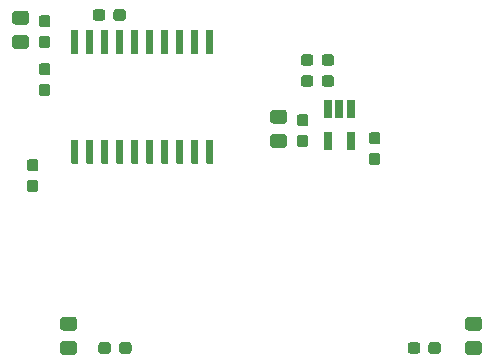
<source format=gbr>
G04 #@! TF.GenerationSoftware,KiCad,Pcbnew,(5.1.4)-1*
G04 #@! TF.CreationDate,2019-10-15T19:11:32-05:00*
G04 #@! TF.ProjectId,CCDBoard_Hardware,43434442-6f61-4726-945f-486172647761,rev?*
G04 #@! TF.SameCoordinates,Original*
G04 #@! TF.FileFunction,Paste,Top*
G04 #@! TF.FilePolarity,Positive*
%FSLAX46Y46*%
G04 Gerber Fmt 4.6, Leading zero omitted, Abs format (unit mm)*
G04 Created by KiCad (PCBNEW (5.1.4)-1) date 2019-10-15 19:11:32*
%MOMM*%
%LPD*%
G04 APERTURE LIST*
%ADD10C,0.100000*%
%ADD11C,0.950000*%
%ADD12C,1.150000*%
%ADD13R,0.650000X1.560000*%
%ADD14C,0.600000*%
G04 APERTURE END LIST*
D10*
G36*
X123980779Y-111794144D02*
G01*
X124003834Y-111797563D01*
X124026443Y-111803227D01*
X124048387Y-111811079D01*
X124069457Y-111821044D01*
X124089448Y-111833026D01*
X124108168Y-111846910D01*
X124125438Y-111862562D01*
X124141090Y-111879832D01*
X124154974Y-111898552D01*
X124166956Y-111918543D01*
X124176921Y-111939613D01*
X124184773Y-111961557D01*
X124190437Y-111984166D01*
X124193856Y-112007221D01*
X124195000Y-112030500D01*
X124195000Y-112505500D01*
X124193856Y-112528779D01*
X124190437Y-112551834D01*
X124184773Y-112574443D01*
X124176921Y-112596387D01*
X124166956Y-112617457D01*
X124154974Y-112637448D01*
X124141090Y-112656168D01*
X124125438Y-112673438D01*
X124108168Y-112689090D01*
X124089448Y-112702974D01*
X124069457Y-112714956D01*
X124048387Y-112724921D01*
X124026443Y-112732773D01*
X124003834Y-112738437D01*
X123980779Y-112741856D01*
X123957500Y-112743000D01*
X123382500Y-112743000D01*
X123359221Y-112741856D01*
X123336166Y-112738437D01*
X123313557Y-112732773D01*
X123291613Y-112724921D01*
X123270543Y-112714956D01*
X123250552Y-112702974D01*
X123231832Y-112689090D01*
X123214562Y-112673438D01*
X123198910Y-112656168D01*
X123185026Y-112637448D01*
X123173044Y-112617457D01*
X123163079Y-112596387D01*
X123155227Y-112574443D01*
X123149563Y-112551834D01*
X123146144Y-112528779D01*
X123145000Y-112505500D01*
X123145000Y-112030500D01*
X123146144Y-112007221D01*
X123149563Y-111984166D01*
X123155227Y-111961557D01*
X123163079Y-111939613D01*
X123173044Y-111918543D01*
X123185026Y-111898552D01*
X123198910Y-111879832D01*
X123214562Y-111862562D01*
X123231832Y-111846910D01*
X123250552Y-111833026D01*
X123270543Y-111821044D01*
X123291613Y-111811079D01*
X123313557Y-111803227D01*
X123336166Y-111797563D01*
X123359221Y-111794144D01*
X123382500Y-111793000D01*
X123957500Y-111793000D01*
X123980779Y-111794144D01*
X123980779Y-111794144D01*
G37*
D11*
X123670000Y-112268000D03*
D10*
G36*
X122230779Y-111794144D02*
G01*
X122253834Y-111797563D01*
X122276443Y-111803227D01*
X122298387Y-111811079D01*
X122319457Y-111821044D01*
X122339448Y-111833026D01*
X122358168Y-111846910D01*
X122375438Y-111862562D01*
X122391090Y-111879832D01*
X122404974Y-111898552D01*
X122416956Y-111918543D01*
X122426921Y-111939613D01*
X122434773Y-111961557D01*
X122440437Y-111984166D01*
X122443856Y-112007221D01*
X122445000Y-112030500D01*
X122445000Y-112505500D01*
X122443856Y-112528779D01*
X122440437Y-112551834D01*
X122434773Y-112574443D01*
X122426921Y-112596387D01*
X122416956Y-112617457D01*
X122404974Y-112637448D01*
X122391090Y-112656168D01*
X122375438Y-112673438D01*
X122358168Y-112689090D01*
X122339448Y-112702974D01*
X122319457Y-112714956D01*
X122298387Y-112724921D01*
X122276443Y-112732773D01*
X122253834Y-112738437D01*
X122230779Y-112741856D01*
X122207500Y-112743000D01*
X121632500Y-112743000D01*
X121609221Y-112741856D01*
X121586166Y-112738437D01*
X121563557Y-112732773D01*
X121541613Y-112724921D01*
X121520543Y-112714956D01*
X121500552Y-112702974D01*
X121481832Y-112689090D01*
X121464562Y-112673438D01*
X121448910Y-112656168D01*
X121435026Y-112637448D01*
X121423044Y-112617457D01*
X121413079Y-112596387D01*
X121405227Y-112574443D01*
X121399563Y-112551834D01*
X121396144Y-112528779D01*
X121395000Y-112505500D01*
X121395000Y-112030500D01*
X121396144Y-112007221D01*
X121399563Y-111984166D01*
X121405227Y-111961557D01*
X121413079Y-111939613D01*
X121423044Y-111918543D01*
X121435026Y-111898552D01*
X121448910Y-111879832D01*
X121464562Y-111862562D01*
X121481832Y-111846910D01*
X121500552Y-111833026D01*
X121520543Y-111821044D01*
X121541613Y-111811079D01*
X121563557Y-111803227D01*
X121586166Y-111797563D01*
X121609221Y-111794144D01*
X121632500Y-111793000D01*
X122207500Y-111793000D01*
X122230779Y-111794144D01*
X122230779Y-111794144D01*
G37*
D11*
X121920000Y-112268000D03*
D10*
G36*
X153636505Y-109644204D02*
G01*
X153660773Y-109647804D01*
X153684572Y-109653765D01*
X153707671Y-109662030D01*
X153729850Y-109672520D01*
X153750893Y-109685132D01*
X153770599Y-109699747D01*
X153788777Y-109716223D01*
X153805253Y-109734401D01*
X153819868Y-109754107D01*
X153832480Y-109775150D01*
X153842970Y-109797329D01*
X153851235Y-109820428D01*
X153857196Y-109844227D01*
X153860796Y-109868495D01*
X153862000Y-109892999D01*
X153862000Y-110543001D01*
X153860796Y-110567505D01*
X153857196Y-110591773D01*
X153851235Y-110615572D01*
X153842970Y-110638671D01*
X153832480Y-110660850D01*
X153819868Y-110681893D01*
X153805253Y-110701599D01*
X153788777Y-110719777D01*
X153770599Y-110736253D01*
X153750893Y-110750868D01*
X153729850Y-110763480D01*
X153707671Y-110773970D01*
X153684572Y-110782235D01*
X153660773Y-110788196D01*
X153636505Y-110791796D01*
X153612001Y-110793000D01*
X152711999Y-110793000D01*
X152687495Y-110791796D01*
X152663227Y-110788196D01*
X152639428Y-110782235D01*
X152616329Y-110773970D01*
X152594150Y-110763480D01*
X152573107Y-110750868D01*
X152553401Y-110736253D01*
X152535223Y-110719777D01*
X152518747Y-110701599D01*
X152504132Y-110681893D01*
X152491520Y-110660850D01*
X152481030Y-110638671D01*
X152472765Y-110615572D01*
X152466804Y-110591773D01*
X152463204Y-110567505D01*
X152462000Y-110543001D01*
X152462000Y-109892999D01*
X152463204Y-109868495D01*
X152466804Y-109844227D01*
X152472765Y-109820428D01*
X152481030Y-109797329D01*
X152491520Y-109775150D01*
X152504132Y-109754107D01*
X152518747Y-109734401D01*
X152535223Y-109716223D01*
X152553401Y-109699747D01*
X152573107Y-109685132D01*
X152594150Y-109672520D01*
X152616329Y-109662030D01*
X152639428Y-109653765D01*
X152663227Y-109647804D01*
X152687495Y-109644204D01*
X152711999Y-109643000D01*
X153612001Y-109643000D01*
X153636505Y-109644204D01*
X153636505Y-109644204D01*
G37*
D12*
X153162000Y-110218000D03*
D10*
G36*
X153636505Y-111694204D02*
G01*
X153660773Y-111697804D01*
X153684572Y-111703765D01*
X153707671Y-111712030D01*
X153729850Y-111722520D01*
X153750893Y-111735132D01*
X153770599Y-111749747D01*
X153788777Y-111766223D01*
X153805253Y-111784401D01*
X153819868Y-111804107D01*
X153832480Y-111825150D01*
X153842970Y-111847329D01*
X153851235Y-111870428D01*
X153857196Y-111894227D01*
X153860796Y-111918495D01*
X153862000Y-111942999D01*
X153862000Y-112593001D01*
X153860796Y-112617505D01*
X153857196Y-112641773D01*
X153851235Y-112665572D01*
X153842970Y-112688671D01*
X153832480Y-112710850D01*
X153819868Y-112731893D01*
X153805253Y-112751599D01*
X153788777Y-112769777D01*
X153770599Y-112786253D01*
X153750893Y-112800868D01*
X153729850Y-112813480D01*
X153707671Y-112823970D01*
X153684572Y-112832235D01*
X153660773Y-112838196D01*
X153636505Y-112841796D01*
X153612001Y-112843000D01*
X152711999Y-112843000D01*
X152687495Y-112841796D01*
X152663227Y-112838196D01*
X152639428Y-112832235D01*
X152616329Y-112823970D01*
X152594150Y-112813480D01*
X152573107Y-112800868D01*
X152553401Y-112786253D01*
X152535223Y-112769777D01*
X152518747Y-112751599D01*
X152504132Y-112731893D01*
X152491520Y-112710850D01*
X152481030Y-112688671D01*
X152472765Y-112665572D01*
X152466804Y-112641773D01*
X152463204Y-112617505D01*
X152462000Y-112593001D01*
X152462000Y-111942999D01*
X152463204Y-111918495D01*
X152466804Y-111894227D01*
X152472765Y-111870428D01*
X152481030Y-111847329D01*
X152491520Y-111825150D01*
X152504132Y-111804107D01*
X152518747Y-111784401D01*
X152535223Y-111766223D01*
X152553401Y-111749747D01*
X152573107Y-111735132D01*
X152594150Y-111722520D01*
X152616329Y-111712030D01*
X152639428Y-111703765D01*
X152663227Y-111697804D01*
X152687495Y-111694204D01*
X152711999Y-111693000D01*
X153612001Y-111693000D01*
X153636505Y-111694204D01*
X153636505Y-111694204D01*
G37*
D12*
X153162000Y-112268000D03*
D10*
G36*
X138944779Y-94218144D02*
G01*
X138967834Y-94221563D01*
X138990443Y-94227227D01*
X139012387Y-94235079D01*
X139033457Y-94245044D01*
X139053448Y-94257026D01*
X139072168Y-94270910D01*
X139089438Y-94286562D01*
X139105090Y-94303832D01*
X139118974Y-94322552D01*
X139130956Y-94342543D01*
X139140921Y-94363613D01*
X139148773Y-94385557D01*
X139154437Y-94408166D01*
X139157856Y-94431221D01*
X139159000Y-94454500D01*
X139159000Y-95029500D01*
X139157856Y-95052779D01*
X139154437Y-95075834D01*
X139148773Y-95098443D01*
X139140921Y-95120387D01*
X139130956Y-95141457D01*
X139118974Y-95161448D01*
X139105090Y-95180168D01*
X139089438Y-95197438D01*
X139072168Y-95213090D01*
X139053448Y-95226974D01*
X139033457Y-95238956D01*
X139012387Y-95248921D01*
X138990443Y-95256773D01*
X138967834Y-95262437D01*
X138944779Y-95265856D01*
X138921500Y-95267000D01*
X138446500Y-95267000D01*
X138423221Y-95265856D01*
X138400166Y-95262437D01*
X138377557Y-95256773D01*
X138355613Y-95248921D01*
X138334543Y-95238956D01*
X138314552Y-95226974D01*
X138295832Y-95213090D01*
X138278562Y-95197438D01*
X138262910Y-95180168D01*
X138249026Y-95161448D01*
X138237044Y-95141457D01*
X138227079Y-95120387D01*
X138219227Y-95098443D01*
X138213563Y-95075834D01*
X138210144Y-95052779D01*
X138209000Y-95029500D01*
X138209000Y-94454500D01*
X138210144Y-94431221D01*
X138213563Y-94408166D01*
X138219227Y-94385557D01*
X138227079Y-94363613D01*
X138237044Y-94342543D01*
X138249026Y-94322552D01*
X138262910Y-94303832D01*
X138278562Y-94286562D01*
X138295832Y-94270910D01*
X138314552Y-94257026D01*
X138334543Y-94245044D01*
X138355613Y-94235079D01*
X138377557Y-94227227D01*
X138400166Y-94221563D01*
X138423221Y-94218144D01*
X138446500Y-94217000D01*
X138921500Y-94217000D01*
X138944779Y-94218144D01*
X138944779Y-94218144D01*
G37*
D11*
X138684000Y-94742000D03*
D10*
G36*
X138944779Y-92468144D02*
G01*
X138967834Y-92471563D01*
X138990443Y-92477227D01*
X139012387Y-92485079D01*
X139033457Y-92495044D01*
X139053448Y-92507026D01*
X139072168Y-92520910D01*
X139089438Y-92536562D01*
X139105090Y-92553832D01*
X139118974Y-92572552D01*
X139130956Y-92592543D01*
X139140921Y-92613613D01*
X139148773Y-92635557D01*
X139154437Y-92658166D01*
X139157856Y-92681221D01*
X139159000Y-92704500D01*
X139159000Y-93279500D01*
X139157856Y-93302779D01*
X139154437Y-93325834D01*
X139148773Y-93348443D01*
X139140921Y-93370387D01*
X139130956Y-93391457D01*
X139118974Y-93411448D01*
X139105090Y-93430168D01*
X139089438Y-93447438D01*
X139072168Y-93463090D01*
X139053448Y-93476974D01*
X139033457Y-93488956D01*
X139012387Y-93498921D01*
X138990443Y-93506773D01*
X138967834Y-93512437D01*
X138944779Y-93515856D01*
X138921500Y-93517000D01*
X138446500Y-93517000D01*
X138423221Y-93515856D01*
X138400166Y-93512437D01*
X138377557Y-93506773D01*
X138355613Y-93498921D01*
X138334543Y-93488956D01*
X138314552Y-93476974D01*
X138295832Y-93463090D01*
X138278562Y-93447438D01*
X138262910Y-93430168D01*
X138249026Y-93411448D01*
X138237044Y-93391457D01*
X138227079Y-93370387D01*
X138219227Y-93348443D01*
X138213563Y-93325834D01*
X138210144Y-93302779D01*
X138209000Y-93279500D01*
X138209000Y-92704500D01*
X138210144Y-92681221D01*
X138213563Y-92658166D01*
X138219227Y-92635557D01*
X138227079Y-92613613D01*
X138237044Y-92592543D01*
X138249026Y-92572552D01*
X138262910Y-92553832D01*
X138278562Y-92536562D01*
X138295832Y-92520910D01*
X138314552Y-92507026D01*
X138334543Y-92495044D01*
X138355613Y-92485079D01*
X138377557Y-92477227D01*
X138400166Y-92471563D01*
X138423221Y-92468144D01*
X138446500Y-92467000D01*
X138921500Y-92467000D01*
X138944779Y-92468144D01*
X138944779Y-92468144D01*
G37*
D11*
X138684000Y-92992000D03*
D10*
G36*
X119346505Y-109644204D02*
G01*
X119370773Y-109647804D01*
X119394572Y-109653765D01*
X119417671Y-109662030D01*
X119439850Y-109672520D01*
X119460893Y-109685132D01*
X119480599Y-109699747D01*
X119498777Y-109716223D01*
X119515253Y-109734401D01*
X119529868Y-109754107D01*
X119542480Y-109775150D01*
X119552970Y-109797329D01*
X119561235Y-109820428D01*
X119567196Y-109844227D01*
X119570796Y-109868495D01*
X119572000Y-109892999D01*
X119572000Y-110543001D01*
X119570796Y-110567505D01*
X119567196Y-110591773D01*
X119561235Y-110615572D01*
X119552970Y-110638671D01*
X119542480Y-110660850D01*
X119529868Y-110681893D01*
X119515253Y-110701599D01*
X119498777Y-110719777D01*
X119480599Y-110736253D01*
X119460893Y-110750868D01*
X119439850Y-110763480D01*
X119417671Y-110773970D01*
X119394572Y-110782235D01*
X119370773Y-110788196D01*
X119346505Y-110791796D01*
X119322001Y-110793000D01*
X118421999Y-110793000D01*
X118397495Y-110791796D01*
X118373227Y-110788196D01*
X118349428Y-110782235D01*
X118326329Y-110773970D01*
X118304150Y-110763480D01*
X118283107Y-110750868D01*
X118263401Y-110736253D01*
X118245223Y-110719777D01*
X118228747Y-110701599D01*
X118214132Y-110681893D01*
X118201520Y-110660850D01*
X118191030Y-110638671D01*
X118182765Y-110615572D01*
X118176804Y-110591773D01*
X118173204Y-110567505D01*
X118172000Y-110543001D01*
X118172000Y-109892999D01*
X118173204Y-109868495D01*
X118176804Y-109844227D01*
X118182765Y-109820428D01*
X118191030Y-109797329D01*
X118201520Y-109775150D01*
X118214132Y-109754107D01*
X118228747Y-109734401D01*
X118245223Y-109716223D01*
X118263401Y-109699747D01*
X118283107Y-109685132D01*
X118304150Y-109672520D01*
X118326329Y-109662030D01*
X118349428Y-109653765D01*
X118373227Y-109647804D01*
X118397495Y-109644204D01*
X118421999Y-109643000D01*
X119322001Y-109643000D01*
X119346505Y-109644204D01*
X119346505Y-109644204D01*
G37*
D12*
X118872000Y-110218000D03*
D10*
G36*
X119346505Y-111694204D02*
G01*
X119370773Y-111697804D01*
X119394572Y-111703765D01*
X119417671Y-111712030D01*
X119439850Y-111722520D01*
X119460893Y-111735132D01*
X119480599Y-111749747D01*
X119498777Y-111766223D01*
X119515253Y-111784401D01*
X119529868Y-111804107D01*
X119542480Y-111825150D01*
X119552970Y-111847329D01*
X119561235Y-111870428D01*
X119567196Y-111894227D01*
X119570796Y-111918495D01*
X119572000Y-111942999D01*
X119572000Y-112593001D01*
X119570796Y-112617505D01*
X119567196Y-112641773D01*
X119561235Y-112665572D01*
X119552970Y-112688671D01*
X119542480Y-112710850D01*
X119529868Y-112731893D01*
X119515253Y-112751599D01*
X119498777Y-112769777D01*
X119480599Y-112786253D01*
X119460893Y-112800868D01*
X119439850Y-112813480D01*
X119417671Y-112823970D01*
X119394572Y-112832235D01*
X119370773Y-112838196D01*
X119346505Y-112841796D01*
X119322001Y-112843000D01*
X118421999Y-112843000D01*
X118397495Y-112841796D01*
X118373227Y-112838196D01*
X118349428Y-112832235D01*
X118326329Y-112823970D01*
X118304150Y-112813480D01*
X118283107Y-112800868D01*
X118263401Y-112786253D01*
X118245223Y-112769777D01*
X118228747Y-112751599D01*
X118214132Y-112731893D01*
X118201520Y-112710850D01*
X118191030Y-112688671D01*
X118182765Y-112665572D01*
X118176804Y-112641773D01*
X118173204Y-112617505D01*
X118172000Y-112593001D01*
X118172000Y-111942999D01*
X118173204Y-111918495D01*
X118176804Y-111894227D01*
X118182765Y-111870428D01*
X118191030Y-111847329D01*
X118201520Y-111825150D01*
X118214132Y-111804107D01*
X118228747Y-111784401D01*
X118245223Y-111766223D01*
X118263401Y-111749747D01*
X118283107Y-111735132D01*
X118304150Y-111722520D01*
X118326329Y-111712030D01*
X118349428Y-111703765D01*
X118373227Y-111697804D01*
X118397495Y-111694204D01*
X118421999Y-111693000D01*
X119322001Y-111693000D01*
X119346505Y-111694204D01*
X119346505Y-111694204D01*
G37*
D12*
X118872000Y-112268000D03*
D10*
G36*
X116084779Y-96278144D02*
G01*
X116107834Y-96281563D01*
X116130443Y-96287227D01*
X116152387Y-96295079D01*
X116173457Y-96305044D01*
X116193448Y-96317026D01*
X116212168Y-96330910D01*
X116229438Y-96346562D01*
X116245090Y-96363832D01*
X116258974Y-96382552D01*
X116270956Y-96402543D01*
X116280921Y-96423613D01*
X116288773Y-96445557D01*
X116294437Y-96468166D01*
X116297856Y-96491221D01*
X116299000Y-96514500D01*
X116299000Y-97089500D01*
X116297856Y-97112779D01*
X116294437Y-97135834D01*
X116288773Y-97158443D01*
X116280921Y-97180387D01*
X116270956Y-97201457D01*
X116258974Y-97221448D01*
X116245090Y-97240168D01*
X116229438Y-97257438D01*
X116212168Y-97273090D01*
X116193448Y-97286974D01*
X116173457Y-97298956D01*
X116152387Y-97308921D01*
X116130443Y-97316773D01*
X116107834Y-97322437D01*
X116084779Y-97325856D01*
X116061500Y-97327000D01*
X115586500Y-97327000D01*
X115563221Y-97325856D01*
X115540166Y-97322437D01*
X115517557Y-97316773D01*
X115495613Y-97308921D01*
X115474543Y-97298956D01*
X115454552Y-97286974D01*
X115435832Y-97273090D01*
X115418562Y-97257438D01*
X115402910Y-97240168D01*
X115389026Y-97221448D01*
X115377044Y-97201457D01*
X115367079Y-97180387D01*
X115359227Y-97158443D01*
X115353563Y-97135834D01*
X115350144Y-97112779D01*
X115349000Y-97089500D01*
X115349000Y-96514500D01*
X115350144Y-96491221D01*
X115353563Y-96468166D01*
X115359227Y-96445557D01*
X115367079Y-96423613D01*
X115377044Y-96402543D01*
X115389026Y-96382552D01*
X115402910Y-96363832D01*
X115418562Y-96346562D01*
X115435832Y-96330910D01*
X115454552Y-96317026D01*
X115474543Y-96305044D01*
X115495613Y-96295079D01*
X115517557Y-96287227D01*
X115540166Y-96281563D01*
X115563221Y-96278144D01*
X115586500Y-96277000D01*
X116061500Y-96277000D01*
X116084779Y-96278144D01*
X116084779Y-96278144D01*
G37*
D11*
X115824000Y-96802000D03*
D10*
G36*
X116084779Y-98028144D02*
G01*
X116107834Y-98031563D01*
X116130443Y-98037227D01*
X116152387Y-98045079D01*
X116173457Y-98055044D01*
X116193448Y-98067026D01*
X116212168Y-98080910D01*
X116229438Y-98096562D01*
X116245090Y-98113832D01*
X116258974Y-98132552D01*
X116270956Y-98152543D01*
X116280921Y-98173613D01*
X116288773Y-98195557D01*
X116294437Y-98218166D01*
X116297856Y-98241221D01*
X116299000Y-98264500D01*
X116299000Y-98839500D01*
X116297856Y-98862779D01*
X116294437Y-98885834D01*
X116288773Y-98908443D01*
X116280921Y-98930387D01*
X116270956Y-98951457D01*
X116258974Y-98971448D01*
X116245090Y-98990168D01*
X116229438Y-99007438D01*
X116212168Y-99023090D01*
X116193448Y-99036974D01*
X116173457Y-99048956D01*
X116152387Y-99058921D01*
X116130443Y-99066773D01*
X116107834Y-99072437D01*
X116084779Y-99075856D01*
X116061500Y-99077000D01*
X115586500Y-99077000D01*
X115563221Y-99075856D01*
X115540166Y-99072437D01*
X115517557Y-99066773D01*
X115495613Y-99058921D01*
X115474543Y-99048956D01*
X115454552Y-99036974D01*
X115435832Y-99023090D01*
X115418562Y-99007438D01*
X115402910Y-98990168D01*
X115389026Y-98971448D01*
X115377044Y-98951457D01*
X115367079Y-98930387D01*
X115359227Y-98908443D01*
X115353563Y-98885834D01*
X115350144Y-98862779D01*
X115349000Y-98839500D01*
X115349000Y-98264500D01*
X115350144Y-98241221D01*
X115353563Y-98218166D01*
X115359227Y-98195557D01*
X115367079Y-98173613D01*
X115377044Y-98152543D01*
X115389026Y-98132552D01*
X115402910Y-98113832D01*
X115418562Y-98096562D01*
X115435832Y-98080910D01*
X115454552Y-98067026D01*
X115474543Y-98055044D01*
X115495613Y-98045079D01*
X115517557Y-98037227D01*
X115540166Y-98031563D01*
X115563221Y-98028144D01*
X115586500Y-98027000D01*
X116061500Y-98027000D01*
X116084779Y-98028144D01*
X116084779Y-98028144D01*
G37*
D11*
X115824000Y-98552000D03*
D10*
G36*
X117100779Y-85836144D02*
G01*
X117123834Y-85839563D01*
X117146443Y-85845227D01*
X117168387Y-85853079D01*
X117189457Y-85863044D01*
X117209448Y-85875026D01*
X117228168Y-85888910D01*
X117245438Y-85904562D01*
X117261090Y-85921832D01*
X117274974Y-85940552D01*
X117286956Y-85960543D01*
X117296921Y-85981613D01*
X117304773Y-86003557D01*
X117310437Y-86026166D01*
X117313856Y-86049221D01*
X117315000Y-86072500D01*
X117315000Y-86647500D01*
X117313856Y-86670779D01*
X117310437Y-86693834D01*
X117304773Y-86716443D01*
X117296921Y-86738387D01*
X117286956Y-86759457D01*
X117274974Y-86779448D01*
X117261090Y-86798168D01*
X117245438Y-86815438D01*
X117228168Y-86831090D01*
X117209448Y-86844974D01*
X117189457Y-86856956D01*
X117168387Y-86866921D01*
X117146443Y-86874773D01*
X117123834Y-86880437D01*
X117100779Y-86883856D01*
X117077500Y-86885000D01*
X116602500Y-86885000D01*
X116579221Y-86883856D01*
X116556166Y-86880437D01*
X116533557Y-86874773D01*
X116511613Y-86866921D01*
X116490543Y-86856956D01*
X116470552Y-86844974D01*
X116451832Y-86831090D01*
X116434562Y-86815438D01*
X116418910Y-86798168D01*
X116405026Y-86779448D01*
X116393044Y-86759457D01*
X116383079Y-86738387D01*
X116375227Y-86716443D01*
X116369563Y-86693834D01*
X116366144Y-86670779D01*
X116365000Y-86647500D01*
X116365000Y-86072500D01*
X116366144Y-86049221D01*
X116369563Y-86026166D01*
X116375227Y-86003557D01*
X116383079Y-85981613D01*
X116393044Y-85960543D01*
X116405026Y-85940552D01*
X116418910Y-85921832D01*
X116434562Y-85904562D01*
X116451832Y-85888910D01*
X116470552Y-85875026D01*
X116490543Y-85863044D01*
X116511613Y-85853079D01*
X116533557Y-85845227D01*
X116556166Y-85839563D01*
X116579221Y-85836144D01*
X116602500Y-85835000D01*
X117077500Y-85835000D01*
X117100779Y-85836144D01*
X117100779Y-85836144D01*
G37*
D11*
X116840000Y-86360000D03*
D10*
G36*
X117100779Y-84086144D02*
G01*
X117123834Y-84089563D01*
X117146443Y-84095227D01*
X117168387Y-84103079D01*
X117189457Y-84113044D01*
X117209448Y-84125026D01*
X117228168Y-84138910D01*
X117245438Y-84154562D01*
X117261090Y-84171832D01*
X117274974Y-84190552D01*
X117286956Y-84210543D01*
X117296921Y-84231613D01*
X117304773Y-84253557D01*
X117310437Y-84276166D01*
X117313856Y-84299221D01*
X117315000Y-84322500D01*
X117315000Y-84897500D01*
X117313856Y-84920779D01*
X117310437Y-84943834D01*
X117304773Y-84966443D01*
X117296921Y-84988387D01*
X117286956Y-85009457D01*
X117274974Y-85029448D01*
X117261090Y-85048168D01*
X117245438Y-85065438D01*
X117228168Y-85081090D01*
X117209448Y-85094974D01*
X117189457Y-85106956D01*
X117168387Y-85116921D01*
X117146443Y-85124773D01*
X117123834Y-85130437D01*
X117100779Y-85133856D01*
X117077500Y-85135000D01*
X116602500Y-85135000D01*
X116579221Y-85133856D01*
X116556166Y-85130437D01*
X116533557Y-85124773D01*
X116511613Y-85116921D01*
X116490543Y-85106956D01*
X116470552Y-85094974D01*
X116451832Y-85081090D01*
X116434562Y-85065438D01*
X116418910Y-85048168D01*
X116405026Y-85029448D01*
X116393044Y-85009457D01*
X116383079Y-84988387D01*
X116375227Y-84966443D01*
X116369563Y-84943834D01*
X116366144Y-84920779D01*
X116365000Y-84897500D01*
X116365000Y-84322500D01*
X116366144Y-84299221D01*
X116369563Y-84276166D01*
X116375227Y-84253557D01*
X116383079Y-84231613D01*
X116393044Y-84210543D01*
X116405026Y-84190552D01*
X116418910Y-84171832D01*
X116434562Y-84154562D01*
X116451832Y-84138910D01*
X116470552Y-84125026D01*
X116490543Y-84113044D01*
X116511613Y-84103079D01*
X116533557Y-84095227D01*
X116556166Y-84089563D01*
X116579221Y-84086144D01*
X116602500Y-84085000D01*
X117077500Y-84085000D01*
X117100779Y-84086144D01*
X117100779Y-84086144D01*
G37*
D11*
X116840000Y-84610000D03*
D10*
G36*
X139375779Y-87410144D02*
G01*
X139398834Y-87413563D01*
X139421443Y-87419227D01*
X139443387Y-87427079D01*
X139464457Y-87437044D01*
X139484448Y-87449026D01*
X139503168Y-87462910D01*
X139520438Y-87478562D01*
X139536090Y-87495832D01*
X139549974Y-87514552D01*
X139561956Y-87534543D01*
X139571921Y-87555613D01*
X139579773Y-87577557D01*
X139585437Y-87600166D01*
X139588856Y-87623221D01*
X139590000Y-87646500D01*
X139590000Y-88121500D01*
X139588856Y-88144779D01*
X139585437Y-88167834D01*
X139579773Y-88190443D01*
X139571921Y-88212387D01*
X139561956Y-88233457D01*
X139549974Y-88253448D01*
X139536090Y-88272168D01*
X139520438Y-88289438D01*
X139503168Y-88305090D01*
X139484448Y-88318974D01*
X139464457Y-88330956D01*
X139443387Y-88340921D01*
X139421443Y-88348773D01*
X139398834Y-88354437D01*
X139375779Y-88357856D01*
X139352500Y-88359000D01*
X138777500Y-88359000D01*
X138754221Y-88357856D01*
X138731166Y-88354437D01*
X138708557Y-88348773D01*
X138686613Y-88340921D01*
X138665543Y-88330956D01*
X138645552Y-88318974D01*
X138626832Y-88305090D01*
X138609562Y-88289438D01*
X138593910Y-88272168D01*
X138580026Y-88253448D01*
X138568044Y-88233457D01*
X138558079Y-88212387D01*
X138550227Y-88190443D01*
X138544563Y-88167834D01*
X138541144Y-88144779D01*
X138540000Y-88121500D01*
X138540000Y-87646500D01*
X138541144Y-87623221D01*
X138544563Y-87600166D01*
X138550227Y-87577557D01*
X138558079Y-87555613D01*
X138568044Y-87534543D01*
X138580026Y-87514552D01*
X138593910Y-87495832D01*
X138609562Y-87478562D01*
X138626832Y-87462910D01*
X138645552Y-87449026D01*
X138665543Y-87437044D01*
X138686613Y-87427079D01*
X138708557Y-87419227D01*
X138731166Y-87413563D01*
X138754221Y-87410144D01*
X138777500Y-87409000D01*
X139352500Y-87409000D01*
X139375779Y-87410144D01*
X139375779Y-87410144D01*
G37*
D11*
X139065000Y-87884000D03*
D10*
G36*
X141125779Y-87410144D02*
G01*
X141148834Y-87413563D01*
X141171443Y-87419227D01*
X141193387Y-87427079D01*
X141214457Y-87437044D01*
X141234448Y-87449026D01*
X141253168Y-87462910D01*
X141270438Y-87478562D01*
X141286090Y-87495832D01*
X141299974Y-87514552D01*
X141311956Y-87534543D01*
X141321921Y-87555613D01*
X141329773Y-87577557D01*
X141335437Y-87600166D01*
X141338856Y-87623221D01*
X141340000Y-87646500D01*
X141340000Y-88121500D01*
X141338856Y-88144779D01*
X141335437Y-88167834D01*
X141329773Y-88190443D01*
X141321921Y-88212387D01*
X141311956Y-88233457D01*
X141299974Y-88253448D01*
X141286090Y-88272168D01*
X141270438Y-88289438D01*
X141253168Y-88305090D01*
X141234448Y-88318974D01*
X141214457Y-88330956D01*
X141193387Y-88340921D01*
X141171443Y-88348773D01*
X141148834Y-88354437D01*
X141125779Y-88357856D01*
X141102500Y-88359000D01*
X140527500Y-88359000D01*
X140504221Y-88357856D01*
X140481166Y-88354437D01*
X140458557Y-88348773D01*
X140436613Y-88340921D01*
X140415543Y-88330956D01*
X140395552Y-88318974D01*
X140376832Y-88305090D01*
X140359562Y-88289438D01*
X140343910Y-88272168D01*
X140330026Y-88253448D01*
X140318044Y-88233457D01*
X140308079Y-88212387D01*
X140300227Y-88190443D01*
X140294563Y-88167834D01*
X140291144Y-88144779D01*
X140290000Y-88121500D01*
X140290000Y-87646500D01*
X140291144Y-87623221D01*
X140294563Y-87600166D01*
X140300227Y-87577557D01*
X140308079Y-87555613D01*
X140318044Y-87534543D01*
X140330026Y-87514552D01*
X140343910Y-87495832D01*
X140359562Y-87478562D01*
X140376832Y-87462910D01*
X140395552Y-87449026D01*
X140415543Y-87437044D01*
X140436613Y-87427079D01*
X140458557Y-87419227D01*
X140481166Y-87413563D01*
X140504221Y-87410144D01*
X140527500Y-87409000D01*
X141102500Y-87409000D01*
X141125779Y-87410144D01*
X141125779Y-87410144D01*
G37*
D11*
X140815000Y-87884000D03*
D10*
G36*
X148420779Y-111794144D02*
G01*
X148443834Y-111797563D01*
X148466443Y-111803227D01*
X148488387Y-111811079D01*
X148509457Y-111821044D01*
X148529448Y-111833026D01*
X148548168Y-111846910D01*
X148565438Y-111862562D01*
X148581090Y-111879832D01*
X148594974Y-111898552D01*
X148606956Y-111918543D01*
X148616921Y-111939613D01*
X148624773Y-111961557D01*
X148630437Y-111984166D01*
X148633856Y-112007221D01*
X148635000Y-112030500D01*
X148635000Y-112505500D01*
X148633856Y-112528779D01*
X148630437Y-112551834D01*
X148624773Y-112574443D01*
X148616921Y-112596387D01*
X148606956Y-112617457D01*
X148594974Y-112637448D01*
X148581090Y-112656168D01*
X148565438Y-112673438D01*
X148548168Y-112689090D01*
X148529448Y-112702974D01*
X148509457Y-112714956D01*
X148488387Y-112724921D01*
X148466443Y-112732773D01*
X148443834Y-112738437D01*
X148420779Y-112741856D01*
X148397500Y-112743000D01*
X147822500Y-112743000D01*
X147799221Y-112741856D01*
X147776166Y-112738437D01*
X147753557Y-112732773D01*
X147731613Y-112724921D01*
X147710543Y-112714956D01*
X147690552Y-112702974D01*
X147671832Y-112689090D01*
X147654562Y-112673438D01*
X147638910Y-112656168D01*
X147625026Y-112637448D01*
X147613044Y-112617457D01*
X147603079Y-112596387D01*
X147595227Y-112574443D01*
X147589563Y-112551834D01*
X147586144Y-112528779D01*
X147585000Y-112505500D01*
X147585000Y-112030500D01*
X147586144Y-112007221D01*
X147589563Y-111984166D01*
X147595227Y-111961557D01*
X147603079Y-111939613D01*
X147613044Y-111918543D01*
X147625026Y-111898552D01*
X147638910Y-111879832D01*
X147654562Y-111862562D01*
X147671832Y-111846910D01*
X147690552Y-111833026D01*
X147710543Y-111821044D01*
X147731613Y-111811079D01*
X147753557Y-111803227D01*
X147776166Y-111797563D01*
X147799221Y-111794144D01*
X147822500Y-111793000D01*
X148397500Y-111793000D01*
X148420779Y-111794144D01*
X148420779Y-111794144D01*
G37*
D11*
X148110000Y-112268000D03*
D10*
G36*
X150170779Y-111794144D02*
G01*
X150193834Y-111797563D01*
X150216443Y-111803227D01*
X150238387Y-111811079D01*
X150259457Y-111821044D01*
X150279448Y-111833026D01*
X150298168Y-111846910D01*
X150315438Y-111862562D01*
X150331090Y-111879832D01*
X150344974Y-111898552D01*
X150356956Y-111918543D01*
X150366921Y-111939613D01*
X150374773Y-111961557D01*
X150380437Y-111984166D01*
X150383856Y-112007221D01*
X150385000Y-112030500D01*
X150385000Y-112505500D01*
X150383856Y-112528779D01*
X150380437Y-112551834D01*
X150374773Y-112574443D01*
X150366921Y-112596387D01*
X150356956Y-112617457D01*
X150344974Y-112637448D01*
X150331090Y-112656168D01*
X150315438Y-112673438D01*
X150298168Y-112689090D01*
X150279448Y-112702974D01*
X150259457Y-112714956D01*
X150238387Y-112724921D01*
X150216443Y-112732773D01*
X150193834Y-112738437D01*
X150170779Y-112741856D01*
X150147500Y-112743000D01*
X149572500Y-112743000D01*
X149549221Y-112741856D01*
X149526166Y-112738437D01*
X149503557Y-112732773D01*
X149481613Y-112724921D01*
X149460543Y-112714956D01*
X149440552Y-112702974D01*
X149421832Y-112689090D01*
X149404562Y-112673438D01*
X149388910Y-112656168D01*
X149375026Y-112637448D01*
X149363044Y-112617457D01*
X149353079Y-112596387D01*
X149345227Y-112574443D01*
X149339563Y-112551834D01*
X149336144Y-112528779D01*
X149335000Y-112505500D01*
X149335000Y-112030500D01*
X149336144Y-112007221D01*
X149339563Y-111984166D01*
X149345227Y-111961557D01*
X149353079Y-111939613D01*
X149363044Y-111918543D01*
X149375026Y-111898552D01*
X149388910Y-111879832D01*
X149404562Y-111862562D01*
X149421832Y-111846910D01*
X149440552Y-111833026D01*
X149460543Y-111821044D01*
X149481613Y-111811079D01*
X149503557Y-111803227D01*
X149526166Y-111797563D01*
X149549221Y-111794144D01*
X149572500Y-111793000D01*
X150147500Y-111793000D01*
X150170779Y-111794144D01*
X150170779Y-111794144D01*
G37*
D11*
X149860000Y-112268000D03*
D10*
G36*
X115282505Y-83736204D02*
G01*
X115306773Y-83739804D01*
X115330572Y-83745765D01*
X115353671Y-83754030D01*
X115375850Y-83764520D01*
X115396893Y-83777132D01*
X115416599Y-83791747D01*
X115434777Y-83808223D01*
X115451253Y-83826401D01*
X115465868Y-83846107D01*
X115478480Y-83867150D01*
X115488970Y-83889329D01*
X115497235Y-83912428D01*
X115503196Y-83936227D01*
X115506796Y-83960495D01*
X115508000Y-83984999D01*
X115508000Y-84635001D01*
X115506796Y-84659505D01*
X115503196Y-84683773D01*
X115497235Y-84707572D01*
X115488970Y-84730671D01*
X115478480Y-84752850D01*
X115465868Y-84773893D01*
X115451253Y-84793599D01*
X115434777Y-84811777D01*
X115416599Y-84828253D01*
X115396893Y-84842868D01*
X115375850Y-84855480D01*
X115353671Y-84865970D01*
X115330572Y-84874235D01*
X115306773Y-84880196D01*
X115282505Y-84883796D01*
X115258001Y-84885000D01*
X114357999Y-84885000D01*
X114333495Y-84883796D01*
X114309227Y-84880196D01*
X114285428Y-84874235D01*
X114262329Y-84865970D01*
X114240150Y-84855480D01*
X114219107Y-84842868D01*
X114199401Y-84828253D01*
X114181223Y-84811777D01*
X114164747Y-84793599D01*
X114150132Y-84773893D01*
X114137520Y-84752850D01*
X114127030Y-84730671D01*
X114118765Y-84707572D01*
X114112804Y-84683773D01*
X114109204Y-84659505D01*
X114108000Y-84635001D01*
X114108000Y-83984999D01*
X114109204Y-83960495D01*
X114112804Y-83936227D01*
X114118765Y-83912428D01*
X114127030Y-83889329D01*
X114137520Y-83867150D01*
X114150132Y-83846107D01*
X114164747Y-83826401D01*
X114181223Y-83808223D01*
X114199401Y-83791747D01*
X114219107Y-83777132D01*
X114240150Y-83764520D01*
X114262329Y-83754030D01*
X114285428Y-83745765D01*
X114309227Y-83739804D01*
X114333495Y-83736204D01*
X114357999Y-83735000D01*
X115258001Y-83735000D01*
X115282505Y-83736204D01*
X115282505Y-83736204D01*
G37*
D12*
X114808000Y-84310000D03*
D10*
G36*
X115282505Y-85786204D02*
G01*
X115306773Y-85789804D01*
X115330572Y-85795765D01*
X115353671Y-85804030D01*
X115375850Y-85814520D01*
X115396893Y-85827132D01*
X115416599Y-85841747D01*
X115434777Y-85858223D01*
X115451253Y-85876401D01*
X115465868Y-85896107D01*
X115478480Y-85917150D01*
X115488970Y-85939329D01*
X115497235Y-85962428D01*
X115503196Y-85986227D01*
X115506796Y-86010495D01*
X115508000Y-86034999D01*
X115508000Y-86685001D01*
X115506796Y-86709505D01*
X115503196Y-86733773D01*
X115497235Y-86757572D01*
X115488970Y-86780671D01*
X115478480Y-86802850D01*
X115465868Y-86823893D01*
X115451253Y-86843599D01*
X115434777Y-86861777D01*
X115416599Y-86878253D01*
X115396893Y-86892868D01*
X115375850Y-86905480D01*
X115353671Y-86915970D01*
X115330572Y-86924235D01*
X115306773Y-86930196D01*
X115282505Y-86933796D01*
X115258001Y-86935000D01*
X114357999Y-86935000D01*
X114333495Y-86933796D01*
X114309227Y-86930196D01*
X114285428Y-86924235D01*
X114262329Y-86915970D01*
X114240150Y-86905480D01*
X114219107Y-86892868D01*
X114199401Y-86878253D01*
X114181223Y-86861777D01*
X114164747Y-86843599D01*
X114150132Y-86823893D01*
X114137520Y-86802850D01*
X114127030Y-86780671D01*
X114118765Y-86757572D01*
X114112804Y-86733773D01*
X114109204Y-86709505D01*
X114108000Y-86685001D01*
X114108000Y-86034999D01*
X114109204Y-86010495D01*
X114112804Y-85986227D01*
X114118765Y-85962428D01*
X114127030Y-85939329D01*
X114137520Y-85917150D01*
X114150132Y-85896107D01*
X114164747Y-85876401D01*
X114181223Y-85858223D01*
X114199401Y-85841747D01*
X114219107Y-85827132D01*
X114240150Y-85814520D01*
X114262329Y-85804030D01*
X114285428Y-85795765D01*
X114309227Y-85789804D01*
X114333495Y-85786204D01*
X114357999Y-85785000D01*
X115258001Y-85785000D01*
X115282505Y-85786204D01*
X115282505Y-85786204D01*
G37*
D12*
X114808000Y-86360000D03*
D10*
G36*
X123500779Y-83600144D02*
G01*
X123523834Y-83603563D01*
X123546443Y-83609227D01*
X123568387Y-83617079D01*
X123589457Y-83627044D01*
X123609448Y-83639026D01*
X123628168Y-83652910D01*
X123645438Y-83668562D01*
X123661090Y-83685832D01*
X123674974Y-83704552D01*
X123686956Y-83724543D01*
X123696921Y-83745613D01*
X123704773Y-83767557D01*
X123710437Y-83790166D01*
X123713856Y-83813221D01*
X123715000Y-83836500D01*
X123715000Y-84311500D01*
X123713856Y-84334779D01*
X123710437Y-84357834D01*
X123704773Y-84380443D01*
X123696921Y-84402387D01*
X123686956Y-84423457D01*
X123674974Y-84443448D01*
X123661090Y-84462168D01*
X123645438Y-84479438D01*
X123628168Y-84495090D01*
X123609448Y-84508974D01*
X123589457Y-84520956D01*
X123568387Y-84530921D01*
X123546443Y-84538773D01*
X123523834Y-84544437D01*
X123500779Y-84547856D01*
X123477500Y-84549000D01*
X122902500Y-84549000D01*
X122879221Y-84547856D01*
X122856166Y-84544437D01*
X122833557Y-84538773D01*
X122811613Y-84530921D01*
X122790543Y-84520956D01*
X122770552Y-84508974D01*
X122751832Y-84495090D01*
X122734562Y-84479438D01*
X122718910Y-84462168D01*
X122705026Y-84443448D01*
X122693044Y-84423457D01*
X122683079Y-84402387D01*
X122675227Y-84380443D01*
X122669563Y-84357834D01*
X122666144Y-84334779D01*
X122665000Y-84311500D01*
X122665000Y-83836500D01*
X122666144Y-83813221D01*
X122669563Y-83790166D01*
X122675227Y-83767557D01*
X122683079Y-83745613D01*
X122693044Y-83724543D01*
X122705026Y-83704552D01*
X122718910Y-83685832D01*
X122734562Y-83668562D01*
X122751832Y-83652910D01*
X122770552Y-83639026D01*
X122790543Y-83627044D01*
X122811613Y-83617079D01*
X122833557Y-83609227D01*
X122856166Y-83603563D01*
X122879221Y-83600144D01*
X122902500Y-83599000D01*
X123477500Y-83599000D01*
X123500779Y-83600144D01*
X123500779Y-83600144D01*
G37*
D11*
X123190000Y-84074000D03*
D10*
G36*
X121750779Y-83600144D02*
G01*
X121773834Y-83603563D01*
X121796443Y-83609227D01*
X121818387Y-83617079D01*
X121839457Y-83627044D01*
X121859448Y-83639026D01*
X121878168Y-83652910D01*
X121895438Y-83668562D01*
X121911090Y-83685832D01*
X121924974Y-83704552D01*
X121936956Y-83724543D01*
X121946921Y-83745613D01*
X121954773Y-83767557D01*
X121960437Y-83790166D01*
X121963856Y-83813221D01*
X121965000Y-83836500D01*
X121965000Y-84311500D01*
X121963856Y-84334779D01*
X121960437Y-84357834D01*
X121954773Y-84380443D01*
X121946921Y-84402387D01*
X121936956Y-84423457D01*
X121924974Y-84443448D01*
X121911090Y-84462168D01*
X121895438Y-84479438D01*
X121878168Y-84495090D01*
X121859448Y-84508974D01*
X121839457Y-84520956D01*
X121818387Y-84530921D01*
X121796443Y-84538773D01*
X121773834Y-84544437D01*
X121750779Y-84547856D01*
X121727500Y-84549000D01*
X121152500Y-84549000D01*
X121129221Y-84547856D01*
X121106166Y-84544437D01*
X121083557Y-84538773D01*
X121061613Y-84530921D01*
X121040543Y-84520956D01*
X121020552Y-84508974D01*
X121001832Y-84495090D01*
X120984562Y-84479438D01*
X120968910Y-84462168D01*
X120955026Y-84443448D01*
X120943044Y-84423457D01*
X120933079Y-84402387D01*
X120925227Y-84380443D01*
X120919563Y-84357834D01*
X120916144Y-84334779D01*
X120915000Y-84311500D01*
X120915000Y-83836500D01*
X120916144Y-83813221D01*
X120919563Y-83790166D01*
X120925227Y-83767557D01*
X120933079Y-83745613D01*
X120943044Y-83724543D01*
X120955026Y-83704552D01*
X120968910Y-83685832D01*
X120984562Y-83668562D01*
X121001832Y-83652910D01*
X121020552Y-83639026D01*
X121040543Y-83627044D01*
X121061613Y-83617079D01*
X121083557Y-83609227D01*
X121106166Y-83603563D01*
X121129221Y-83600144D01*
X121152500Y-83599000D01*
X121727500Y-83599000D01*
X121750779Y-83600144D01*
X121750779Y-83600144D01*
G37*
D11*
X121440000Y-84074000D03*
D10*
G36*
X117100779Y-88150144D02*
G01*
X117123834Y-88153563D01*
X117146443Y-88159227D01*
X117168387Y-88167079D01*
X117189457Y-88177044D01*
X117209448Y-88189026D01*
X117228168Y-88202910D01*
X117245438Y-88218562D01*
X117261090Y-88235832D01*
X117274974Y-88254552D01*
X117286956Y-88274543D01*
X117296921Y-88295613D01*
X117304773Y-88317557D01*
X117310437Y-88340166D01*
X117313856Y-88363221D01*
X117315000Y-88386500D01*
X117315000Y-88961500D01*
X117313856Y-88984779D01*
X117310437Y-89007834D01*
X117304773Y-89030443D01*
X117296921Y-89052387D01*
X117286956Y-89073457D01*
X117274974Y-89093448D01*
X117261090Y-89112168D01*
X117245438Y-89129438D01*
X117228168Y-89145090D01*
X117209448Y-89158974D01*
X117189457Y-89170956D01*
X117168387Y-89180921D01*
X117146443Y-89188773D01*
X117123834Y-89194437D01*
X117100779Y-89197856D01*
X117077500Y-89199000D01*
X116602500Y-89199000D01*
X116579221Y-89197856D01*
X116556166Y-89194437D01*
X116533557Y-89188773D01*
X116511613Y-89180921D01*
X116490543Y-89170956D01*
X116470552Y-89158974D01*
X116451832Y-89145090D01*
X116434562Y-89129438D01*
X116418910Y-89112168D01*
X116405026Y-89093448D01*
X116393044Y-89073457D01*
X116383079Y-89052387D01*
X116375227Y-89030443D01*
X116369563Y-89007834D01*
X116366144Y-88984779D01*
X116365000Y-88961500D01*
X116365000Y-88386500D01*
X116366144Y-88363221D01*
X116369563Y-88340166D01*
X116375227Y-88317557D01*
X116383079Y-88295613D01*
X116393044Y-88274543D01*
X116405026Y-88254552D01*
X116418910Y-88235832D01*
X116434562Y-88218562D01*
X116451832Y-88202910D01*
X116470552Y-88189026D01*
X116490543Y-88177044D01*
X116511613Y-88167079D01*
X116533557Y-88159227D01*
X116556166Y-88153563D01*
X116579221Y-88150144D01*
X116602500Y-88149000D01*
X117077500Y-88149000D01*
X117100779Y-88150144D01*
X117100779Y-88150144D01*
G37*
D11*
X116840000Y-88674000D03*
D10*
G36*
X117100779Y-89900144D02*
G01*
X117123834Y-89903563D01*
X117146443Y-89909227D01*
X117168387Y-89917079D01*
X117189457Y-89927044D01*
X117209448Y-89939026D01*
X117228168Y-89952910D01*
X117245438Y-89968562D01*
X117261090Y-89985832D01*
X117274974Y-90004552D01*
X117286956Y-90024543D01*
X117296921Y-90045613D01*
X117304773Y-90067557D01*
X117310437Y-90090166D01*
X117313856Y-90113221D01*
X117315000Y-90136500D01*
X117315000Y-90711500D01*
X117313856Y-90734779D01*
X117310437Y-90757834D01*
X117304773Y-90780443D01*
X117296921Y-90802387D01*
X117286956Y-90823457D01*
X117274974Y-90843448D01*
X117261090Y-90862168D01*
X117245438Y-90879438D01*
X117228168Y-90895090D01*
X117209448Y-90908974D01*
X117189457Y-90920956D01*
X117168387Y-90930921D01*
X117146443Y-90938773D01*
X117123834Y-90944437D01*
X117100779Y-90947856D01*
X117077500Y-90949000D01*
X116602500Y-90949000D01*
X116579221Y-90947856D01*
X116556166Y-90944437D01*
X116533557Y-90938773D01*
X116511613Y-90930921D01*
X116490543Y-90920956D01*
X116470552Y-90908974D01*
X116451832Y-90895090D01*
X116434562Y-90879438D01*
X116418910Y-90862168D01*
X116405026Y-90843448D01*
X116393044Y-90823457D01*
X116383079Y-90802387D01*
X116375227Y-90780443D01*
X116369563Y-90757834D01*
X116366144Y-90734779D01*
X116365000Y-90711500D01*
X116365000Y-90136500D01*
X116366144Y-90113221D01*
X116369563Y-90090166D01*
X116375227Y-90067557D01*
X116383079Y-90045613D01*
X116393044Y-90024543D01*
X116405026Y-90004552D01*
X116418910Y-89985832D01*
X116434562Y-89968562D01*
X116451832Y-89952910D01*
X116470552Y-89939026D01*
X116490543Y-89927044D01*
X116511613Y-89917079D01*
X116533557Y-89909227D01*
X116556166Y-89903563D01*
X116579221Y-89900144D01*
X116602500Y-89899000D01*
X117077500Y-89899000D01*
X117100779Y-89900144D01*
X117100779Y-89900144D01*
G37*
D11*
X116840000Y-90424000D03*
D10*
G36*
X145040779Y-95742144D02*
G01*
X145063834Y-95745563D01*
X145086443Y-95751227D01*
X145108387Y-95759079D01*
X145129457Y-95769044D01*
X145149448Y-95781026D01*
X145168168Y-95794910D01*
X145185438Y-95810562D01*
X145201090Y-95827832D01*
X145214974Y-95846552D01*
X145226956Y-95866543D01*
X145236921Y-95887613D01*
X145244773Y-95909557D01*
X145250437Y-95932166D01*
X145253856Y-95955221D01*
X145255000Y-95978500D01*
X145255000Y-96553500D01*
X145253856Y-96576779D01*
X145250437Y-96599834D01*
X145244773Y-96622443D01*
X145236921Y-96644387D01*
X145226956Y-96665457D01*
X145214974Y-96685448D01*
X145201090Y-96704168D01*
X145185438Y-96721438D01*
X145168168Y-96737090D01*
X145149448Y-96750974D01*
X145129457Y-96762956D01*
X145108387Y-96772921D01*
X145086443Y-96780773D01*
X145063834Y-96786437D01*
X145040779Y-96789856D01*
X145017500Y-96791000D01*
X144542500Y-96791000D01*
X144519221Y-96789856D01*
X144496166Y-96786437D01*
X144473557Y-96780773D01*
X144451613Y-96772921D01*
X144430543Y-96762956D01*
X144410552Y-96750974D01*
X144391832Y-96737090D01*
X144374562Y-96721438D01*
X144358910Y-96704168D01*
X144345026Y-96685448D01*
X144333044Y-96665457D01*
X144323079Y-96644387D01*
X144315227Y-96622443D01*
X144309563Y-96599834D01*
X144306144Y-96576779D01*
X144305000Y-96553500D01*
X144305000Y-95978500D01*
X144306144Y-95955221D01*
X144309563Y-95932166D01*
X144315227Y-95909557D01*
X144323079Y-95887613D01*
X144333044Y-95866543D01*
X144345026Y-95846552D01*
X144358910Y-95827832D01*
X144374562Y-95810562D01*
X144391832Y-95794910D01*
X144410552Y-95781026D01*
X144430543Y-95769044D01*
X144451613Y-95759079D01*
X144473557Y-95751227D01*
X144496166Y-95745563D01*
X144519221Y-95742144D01*
X144542500Y-95741000D01*
X145017500Y-95741000D01*
X145040779Y-95742144D01*
X145040779Y-95742144D01*
G37*
D11*
X144780000Y-96266000D03*
D10*
G36*
X145040779Y-93992144D02*
G01*
X145063834Y-93995563D01*
X145086443Y-94001227D01*
X145108387Y-94009079D01*
X145129457Y-94019044D01*
X145149448Y-94031026D01*
X145168168Y-94044910D01*
X145185438Y-94060562D01*
X145201090Y-94077832D01*
X145214974Y-94096552D01*
X145226956Y-94116543D01*
X145236921Y-94137613D01*
X145244773Y-94159557D01*
X145250437Y-94182166D01*
X145253856Y-94205221D01*
X145255000Y-94228500D01*
X145255000Y-94803500D01*
X145253856Y-94826779D01*
X145250437Y-94849834D01*
X145244773Y-94872443D01*
X145236921Y-94894387D01*
X145226956Y-94915457D01*
X145214974Y-94935448D01*
X145201090Y-94954168D01*
X145185438Y-94971438D01*
X145168168Y-94987090D01*
X145149448Y-95000974D01*
X145129457Y-95012956D01*
X145108387Y-95022921D01*
X145086443Y-95030773D01*
X145063834Y-95036437D01*
X145040779Y-95039856D01*
X145017500Y-95041000D01*
X144542500Y-95041000D01*
X144519221Y-95039856D01*
X144496166Y-95036437D01*
X144473557Y-95030773D01*
X144451613Y-95022921D01*
X144430543Y-95012956D01*
X144410552Y-95000974D01*
X144391832Y-94987090D01*
X144374562Y-94971438D01*
X144358910Y-94954168D01*
X144345026Y-94935448D01*
X144333044Y-94915457D01*
X144323079Y-94894387D01*
X144315227Y-94872443D01*
X144309563Y-94849834D01*
X144306144Y-94826779D01*
X144305000Y-94803500D01*
X144305000Y-94228500D01*
X144306144Y-94205221D01*
X144309563Y-94182166D01*
X144315227Y-94159557D01*
X144323079Y-94137613D01*
X144333044Y-94116543D01*
X144345026Y-94096552D01*
X144358910Y-94077832D01*
X144374562Y-94060562D01*
X144391832Y-94044910D01*
X144410552Y-94031026D01*
X144430543Y-94019044D01*
X144451613Y-94009079D01*
X144473557Y-94001227D01*
X144496166Y-93995563D01*
X144519221Y-93992144D01*
X144542500Y-93991000D01*
X145017500Y-93991000D01*
X145040779Y-93992144D01*
X145040779Y-93992144D01*
G37*
D11*
X144780000Y-94516000D03*
D10*
G36*
X141125779Y-89188144D02*
G01*
X141148834Y-89191563D01*
X141171443Y-89197227D01*
X141193387Y-89205079D01*
X141214457Y-89215044D01*
X141234448Y-89227026D01*
X141253168Y-89240910D01*
X141270438Y-89256562D01*
X141286090Y-89273832D01*
X141299974Y-89292552D01*
X141311956Y-89312543D01*
X141321921Y-89333613D01*
X141329773Y-89355557D01*
X141335437Y-89378166D01*
X141338856Y-89401221D01*
X141340000Y-89424500D01*
X141340000Y-89899500D01*
X141338856Y-89922779D01*
X141335437Y-89945834D01*
X141329773Y-89968443D01*
X141321921Y-89990387D01*
X141311956Y-90011457D01*
X141299974Y-90031448D01*
X141286090Y-90050168D01*
X141270438Y-90067438D01*
X141253168Y-90083090D01*
X141234448Y-90096974D01*
X141214457Y-90108956D01*
X141193387Y-90118921D01*
X141171443Y-90126773D01*
X141148834Y-90132437D01*
X141125779Y-90135856D01*
X141102500Y-90137000D01*
X140527500Y-90137000D01*
X140504221Y-90135856D01*
X140481166Y-90132437D01*
X140458557Y-90126773D01*
X140436613Y-90118921D01*
X140415543Y-90108956D01*
X140395552Y-90096974D01*
X140376832Y-90083090D01*
X140359562Y-90067438D01*
X140343910Y-90050168D01*
X140330026Y-90031448D01*
X140318044Y-90011457D01*
X140308079Y-89990387D01*
X140300227Y-89968443D01*
X140294563Y-89945834D01*
X140291144Y-89922779D01*
X140290000Y-89899500D01*
X140290000Y-89424500D01*
X140291144Y-89401221D01*
X140294563Y-89378166D01*
X140300227Y-89355557D01*
X140308079Y-89333613D01*
X140318044Y-89312543D01*
X140330026Y-89292552D01*
X140343910Y-89273832D01*
X140359562Y-89256562D01*
X140376832Y-89240910D01*
X140395552Y-89227026D01*
X140415543Y-89215044D01*
X140436613Y-89205079D01*
X140458557Y-89197227D01*
X140481166Y-89191563D01*
X140504221Y-89188144D01*
X140527500Y-89187000D01*
X141102500Y-89187000D01*
X141125779Y-89188144D01*
X141125779Y-89188144D01*
G37*
D11*
X140815000Y-89662000D03*
D10*
G36*
X139375779Y-89188144D02*
G01*
X139398834Y-89191563D01*
X139421443Y-89197227D01*
X139443387Y-89205079D01*
X139464457Y-89215044D01*
X139484448Y-89227026D01*
X139503168Y-89240910D01*
X139520438Y-89256562D01*
X139536090Y-89273832D01*
X139549974Y-89292552D01*
X139561956Y-89312543D01*
X139571921Y-89333613D01*
X139579773Y-89355557D01*
X139585437Y-89378166D01*
X139588856Y-89401221D01*
X139590000Y-89424500D01*
X139590000Y-89899500D01*
X139588856Y-89922779D01*
X139585437Y-89945834D01*
X139579773Y-89968443D01*
X139571921Y-89990387D01*
X139561956Y-90011457D01*
X139549974Y-90031448D01*
X139536090Y-90050168D01*
X139520438Y-90067438D01*
X139503168Y-90083090D01*
X139484448Y-90096974D01*
X139464457Y-90108956D01*
X139443387Y-90118921D01*
X139421443Y-90126773D01*
X139398834Y-90132437D01*
X139375779Y-90135856D01*
X139352500Y-90137000D01*
X138777500Y-90137000D01*
X138754221Y-90135856D01*
X138731166Y-90132437D01*
X138708557Y-90126773D01*
X138686613Y-90118921D01*
X138665543Y-90108956D01*
X138645552Y-90096974D01*
X138626832Y-90083090D01*
X138609562Y-90067438D01*
X138593910Y-90050168D01*
X138580026Y-90031448D01*
X138568044Y-90011457D01*
X138558079Y-89990387D01*
X138550227Y-89968443D01*
X138544563Y-89945834D01*
X138541144Y-89922779D01*
X138540000Y-89899500D01*
X138540000Y-89424500D01*
X138541144Y-89401221D01*
X138544563Y-89378166D01*
X138550227Y-89355557D01*
X138558079Y-89333613D01*
X138568044Y-89312543D01*
X138580026Y-89292552D01*
X138593910Y-89273832D01*
X138609562Y-89256562D01*
X138626832Y-89240910D01*
X138645552Y-89227026D01*
X138665543Y-89215044D01*
X138686613Y-89205079D01*
X138708557Y-89197227D01*
X138731166Y-89191563D01*
X138754221Y-89188144D01*
X138777500Y-89187000D01*
X139352500Y-89187000D01*
X139375779Y-89188144D01*
X139375779Y-89188144D01*
G37*
D11*
X139065000Y-89662000D03*
D13*
X142748000Y-94742000D03*
X140848000Y-94742000D03*
X140848000Y-92042000D03*
X141798000Y-92042000D03*
X142748000Y-92042000D03*
D10*
G36*
X119544703Y-85335722D02*
G01*
X119559264Y-85337882D01*
X119573543Y-85341459D01*
X119587403Y-85346418D01*
X119600710Y-85352712D01*
X119613336Y-85360280D01*
X119625159Y-85369048D01*
X119636066Y-85378934D01*
X119645952Y-85389841D01*
X119654720Y-85401664D01*
X119662288Y-85414290D01*
X119668582Y-85427597D01*
X119673541Y-85441457D01*
X119677118Y-85455736D01*
X119679278Y-85470297D01*
X119680000Y-85485000D01*
X119680000Y-87235000D01*
X119679278Y-87249703D01*
X119677118Y-87264264D01*
X119673541Y-87278543D01*
X119668582Y-87292403D01*
X119662288Y-87305710D01*
X119654720Y-87318336D01*
X119645952Y-87330159D01*
X119636066Y-87341066D01*
X119625159Y-87350952D01*
X119613336Y-87359720D01*
X119600710Y-87367288D01*
X119587403Y-87373582D01*
X119573543Y-87378541D01*
X119559264Y-87382118D01*
X119544703Y-87384278D01*
X119530000Y-87385000D01*
X119230000Y-87385000D01*
X119215297Y-87384278D01*
X119200736Y-87382118D01*
X119186457Y-87378541D01*
X119172597Y-87373582D01*
X119159290Y-87367288D01*
X119146664Y-87359720D01*
X119134841Y-87350952D01*
X119123934Y-87341066D01*
X119114048Y-87330159D01*
X119105280Y-87318336D01*
X119097712Y-87305710D01*
X119091418Y-87292403D01*
X119086459Y-87278543D01*
X119082882Y-87264264D01*
X119080722Y-87249703D01*
X119080000Y-87235000D01*
X119080000Y-85485000D01*
X119080722Y-85470297D01*
X119082882Y-85455736D01*
X119086459Y-85441457D01*
X119091418Y-85427597D01*
X119097712Y-85414290D01*
X119105280Y-85401664D01*
X119114048Y-85389841D01*
X119123934Y-85378934D01*
X119134841Y-85369048D01*
X119146664Y-85360280D01*
X119159290Y-85352712D01*
X119172597Y-85346418D01*
X119186457Y-85341459D01*
X119200736Y-85337882D01*
X119215297Y-85335722D01*
X119230000Y-85335000D01*
X119530000Y-85335000D01*
X119544703Y-85335722D01*
X119544703Y-85335722D01*
G37*
D14*
X119380000Y-86360000D03*
D10*
G36*
X120814703Y-85335722D02*
G01*
X120829264Y-85337882D01*
X120843543Y-85341459D01*
X120857403Y-85346418D01*
X120870710Y-85352712D01*
X120883336Y-85360280D01*
X120895159Y-85369048D01*
X120906066Y-85378934D01*
X120915952Y-85389841D01*
X120924720Y-85401664D01*
X120932288Y-85414290D01*
X120938582Y-85427597D01*
X120943541Y-85441457D01*
X120947118Y-85455736D01*
X120949278Y-85470297D01*
X120950000Y-85485000D01*
X120950000Y-87235000D01*
X120949278Y-87249703D01*
X120947118Y-87264264D01*
X120943541Y-87278543D01*
X120938582Y-87292403D01*
X120932288Y-87305710D01*
X120924720Y-87318336D01*
X120915952Y-87330159D01*
X120906066Y-87341066D01*
X120895159Y-87350952D01*
X120883336Y-87359720D01*
X120870710Y-87367288D01*
X120857403Y-87373582D01*
X120843543Y-87378541D01*
X120829264Y-87382118D01*
X120814703Y-87384278D01*
X120800000Y-87385000D01*
X120500000Y-87385000D01*
X120485297Y-87384278D01*
X120470736Y-87382118D01*
X120456457Y-87378541D01*
X120442597Y-87373582D01*
X120429290Y-87367288D01*
X120416664Y-87359720D01*
X120404841Y-87350952D01*
X120393934Y-87341066D01*
X120384048Y-87330159D01*
X120375280Y-87318336D01*
X120367712Y-87305710D01*
X120361418Y-87292403D01*
X120356459Y-87278543D01*
X120352882Y-87264264D01*
X120350722Y-87249703D01*
X120350000Y-87235000D01*
X120350000Y-85485000D01*
X120350722Y-85470297D01*
X120352882Y-85455736D01*
X120356459Y-85441457D01*
X120361418Y-85427597D01*
X120367712Y-85414290D01*
X120375280Y-85401664D01*
X120384048Y-85389841D01*
X120393934Y-85378934D01*
X120404841Y-85369048D01*
X120416664Y-85360280D01*
X120429290Y-85352712D01*
X120442597Y-85346418D01*
X120456457Y-85341459D01*
X120470736Y-85337882D01*
X120485297Y-85335722D01*
X120500000Y-85335000D01*
X120800000Y-85335000D01*
X120814703Y-85335722D01*
X120814703Y-85335722D01*
G37*
D14*
X120650000Y-86360000D03*
D10*
G36*
X122084703Y-85335722D02*
G01*
X122099264Y-85337882D01*
X122113543Y-85341459D01*
X122127403Y-85346418D01*
X122140710Y-85352712D01*
X122153336Y-85360280D01*
X122165159Y-85369048D01*
X122176066Y-85378934D01*
X122185952Y-85389841D01*
X122194720Y-85401664D01*
X122202288Y-85414290D01*
X122208582Y-85427597D01*
X122213541Y-85441457D01*
X122217118Y-85455736D01*
X122219278Y-85470297D01*
X122220000Y-85485000D01*
X122220000Y-87235000D01*
X122219278Y-87249703D01*
X122217118Y-87264264D01*
X122213541Y-87278543D01*
X122208582Y-87292403D01*
X122202288Y-87305710D01*
X122194720Y-87318336D01*
X122185952Y-87330159D01*
X122176066Y-87341066D01*
X122165159Y-87350952D01*
X122153336Y-87359720D01*
X122140710Y-87367288D01*
X122127403Y-87373582D01*
X122113543Y-87378541D01*
X122099264Y-87382118D01*
X122084703Y-87384278D01*
X122070000Y-87385000D01*
X121770000Y-87385000D01*
X121755297Y-87384278D01*
X121740736Y-87382118D01*
X121726457Y-87378541D01*
X121712597Y-87373582D01*
X121699290Y-87367288D01*
X121686664Y-87359720D01*
X121674841Y-87350952D01*
X121663934Y-87341066D01*
X121654048Y-87330159D01*
X121645280Y-87318336D01*
X121637712Y-87305710D01*
X121631418Y-87292403D01*
X121626459Y-87278543D01*
X121622882Y-87264264D01*
X121620722Y-87249703D01*
X121620000Y-87235000D01*
X121620000Y-85485000D01*
X121620722Y-85470297D01*
X121622882Y-85455736D01*
X121626459Y-85441457D01*
X121631418Y-85427597D01*
X121637712Y-85414290D01*
X121645280Y-85401664D01*
X121654048Y-85389841D01*
X121663934Y-85378934D01*
X121674841Y-85369048D01*
X121686664Y-85360280D01*
X121699290Y-85352712D01*
X121712597Y-85346418D01*
X121726457Y-85341459D01*
X121740736Y-85337882D01*
X121755297Y-85335722D01*
X121770000Y-85335000D01*
X122070000Y-85335000D01*
X122084703Y-85335722D01*
X122084703Y-85335722D01*
G37*
D14*
X121920000Y-86360000D03*
D10*
G36*
X123354703Y-85335722D02*
G01*
X123369264Y-85337882D01*
X123383543Y-85341459D01*
X123397403Y-85346418D01*
X123410710Y-85352712D01*
X123423336Y-85360280D01*
X123435159Y-85369048D01*
X123446066Y-85378934D01*
X123455952Y-85389841D01*
X123464720Y-85401664D01*
X123472288Y-85414290D01*
X123478582Y-85427597D01*
X123483541Y-85441457D01*
X123487118Y-85455736D01*
X123489278Y-85470297D01*
X123490000Y-85485000D01*
X123490000Y-87235000D01*
X123489278Y-87249703D01*
X123487118Y-87264264D01*
X123483541Y-87278543D01*
X123478582Y-87292403D01*
X123472288Y-87305710D01*
X123464720Y-87318336D01*
X123455952Y-87330159D01*
X123446066Y-87341066D01*
X123435159Y-87350952D01*
X123423336Y-87359720D01*
X123410710Y-87367288D01*
X123397403Y-87373582D01*
X123383543Y-87378541D01*
X123369264Y-87382118D01*
X123354703Y-87384278D01*
X123340000Y-87385000D01*
X123040000Y-87385000D01*
X123025297Y-87384278D01*
X123010736Y-87382118D01*
X122996457Y-87378541D01*
X122982597Y-87373582D01*
X122969290Y-87367288D01*
X122956664Y-87359720D01*
X122944841Y-87350952D01*
X122933934Y-87341066D01*
X122924048Y-87330159D01*
X122915280Y-87318336D01*
X122907712Y-87305710D01*
X122901418Y-87292403D01*
X122896459Y-87278543D01*
X122892882Y-87264264D01*
X122890722Y-87249703D01*
X122890000Y-87235000D01*
X122890000Y-85485000D01*
X122890722Y-85470297D01*
X122892882Y-85455736D01*
X122896459Y-85441457D01*
X122901418Y-85427597D01*
X122907712Y-85414290D01*
X122915280Y-85401664D01*
X122924048Y-85389841D01*
X122933934Y-85378934D01*
X122944841Y-85369048D01*
X122956664Y-85360280D01*
X122969290Y-85352712D01*
X122982597Y-85346418D01*
X122996457Y-85341459D01*
X123010736Y-85337882D01*
X123025297Y-85335722D01*
X123040000Y-85335000D01*
X123340000Y-85335000D01*
X123354703Y-85335722D01*
X123354703Y-85335722D01*
G37*
D14*
X123190000Y-86360000D03*
D10*
G36*
X124624703Y-85335722D02*
G01*
X124639264Y-85337882D01*
X124653543Y-85341459D01*
X124667403Y-85346418D01*
X124680710Y-85352712D01*
X124693336Y-85360280D01*
X124705159Y-85369048D01*
X124716066Y-85378934D01*
X124725952Y-85389841D01*
X124734720Y-85401664D01*
X124742288Y-85414290D01*
X124748582Y-85427597D01*
X124753541Y-85441457D01*
X124757118Y-85455736D01*
X124759278Y-85470297D01*
X124760000Y-85485000D01*
X124760000Y-87235000D01*
X124759278Y-87249703D01*
X124757118Y-87264264D01*
X124753541Y-87278543D01*
X124748582Y-87292403D01*
X124742288Y-87305710D01*
X124734720Y-87318336D01*
X124725952Y-87330159D01*
X124716066Y-87341066D01*
X124705159Y-87350952D01*
X124693336Y-87359720D01*
X124680710Y-87367288D01*
X124667403Y-87373582D01*
X124653543Y-87378541D01*
X124639264Y-87382118D01*
X124624703Y-87384278D01*
X124610000Y-87385000D01*
X124310000Y-87385000D01*
X124295297Y-87384278D01*
X124280736Y-87382118D01*
X124266457Y-87378541D01*
X124252597Y-87373582D01*
X124239290Y-87367288D01*
X124226664Y-87359720D01*
X124214841Y-87350952D01*
X124203934Y-87341066D01*
X124194048Y-87330159D01*
X124185280Y-87318336D01*
X124177712Y-87305710D01*
X124171418Y-87292403D01*
X124166459Y-87278543D01*
X124162882Y-87264264D01*
X124160722Y-87249703D01*
X124160000Y-87235000D01*
X124160000Y-85485000D01*
X124160722Y-85470297D01*
X124162882Y-85455736D01*
X124166459Y-85441457D01*
X124171418Y-85427597D01*
X124177712Y-85414290D01*
X124185280Y-85401664D01*
X124194048Y-85389841D01*
X124203934Y-85378934D01*
X124214841Y-85369048D01*
X124226664Y-85360280D01*
X124239290Y-85352712D01*
X124252597Y-85346418D01*
X124266457Y-85341459D01*
X124280736Y-85337882D01*
X124295297Y-85335722D01*
X124310000Y-85335000D01*
X124610000Y-85335000D01*
X124624703Y-85335722D01*
X124624703Y-85335722D01*
G37*
D14*
X124460000Y-86360000D03*
D10*
G36*
X125894703Y-85335722D02*
G01*
X125909264Y-85337882D01*
X125923543Y-85341459D01*
X125937403Y-85346418D01*
X125950710Y-85352712D01*
X125963336Y-85360280D01*
X125975159Y-85369048D01*
X125986066Y-85378934D01*
X125995952Y-85389841D01*
X126004720Y-85401664D01*
X126012288Y-85414290D01*
X126018582Y-85427597D01*
X126023541Y-85441457D01*
X126027118Y-85455736D01*
X126029278Y-85470297D01*
X126030000Y-85485000D01*
X126030000Y-87235000D01*
X126029278Y-87249703D01*
X126027118Y-87264264D01*
X126023541Y-87278543D01*
X126018582Y-87292403D01*
X126012288Y-87305710D01*
X126004720Y-87318336D01*
X125995952Y-87330159D01*
X125986066Y-87341066D01*
X125975159Y-87350952D01*
X125963336Y-87359720D01*
X125950710Y-87367288D01*
X125937403Y-87373582D01*
X125923543Y-87378541D01*
X125909264Y-87382118D01*
X125894703Y-87384278D01*
X125880000Y-87385000D01*
X125580000Y-87385000D01*
X125565297Y-87384278D01*
X125550736Y-87382118D01*
X125536457Y-87378541D01*
X125522597Y-87373582D01*
X125509290Y-87367288D01*
X125496664Y-87359720D01*
X125484841Y-87350952D01*
X125473934Y-87341066D01*
X125464048Y-87330159D01*
X125455280Y-87318336D01*
X125447712Y-87305710D01*
X125441418Y-87292403D01*
X125436459Y-87278543D01*
X125432882Y-87264264D01*
X125430722Y-87249703D01*
X125430000Y-87235000D01*
X125430000Y-85485000D01*
X125430722Y-85470297D01*
X125432882Y-85455736D01*
X125436459Y-85441457D01*
X125441418Y-85427597D01*
X125447712Y-85414290D01*
X125455280Y-85401664D01*
X125464048Y-85389841D01*
X125473934Y-85378934D01*
X125484841Y-85369048D01*
X125496664Y-85360280D01*
X125509290Y-85352712D01*
X125522597Y-85346418D01*
X125536457Y-85341459D01*
X125550736Y-85337882D01*
X125565297Y-85335722D01*
X125580000Y-85335000D01*
X125880000Y-85335000D01*
X125894703Y-85335722D01*
X125894703Y-85335722D01*
G37*
D14*
X125730000Y-86360000D03*
D10*
G36*
X127164703Y-85335722D02*
G01*
X127179264Y-85337882D01*
X127193543Y-85341459D01*
X127207403Y-85346418D01*
X127220710Y-85352712D01*
X127233336Y-85360280D01*
X127245159Y-85369048D01*
X127256066Y-85378934D01*
X127265952Y-85389841D01*
X127274720Y-85401664D01*
X127282288Y-85414290D01*
X127288582Y-85427597D01*
X127293541Y-85441457D01*
X127297118Y-85455736D01*
X127299278Y-85470297D01*
X127300000Y-85485000D01*
X127300000Y-87235000D01*
X127299278Y-87249703D01*
X127297118Y-87264264D01*
X127293541Y-87278543D01*
X127288582Y-87292403D01*
X127282288Y-87305710D01*
X127274720Y-87318336D01*
X127265952Y-87330159D01*
X127256066Y-87341066D01*
X127245159Y-87350952D01*
X127233336Y-87359720D01*
X127220710Y-87367288D01*
X127207403Y-87373582D01*
X127193543Y-87378541D01*
X127179264Y-87382118D01*
X127164703Y-87384278D01*
X127150000Y-87385000D01*
X126850000Y-87385000D01*
X126835297Y-87384278D01*
X126820736Y-87382118D01*
X126806457Y-87378541D01*
X126792597Y-87373582D01*
X126779290Y-87367288D01*
X126766664Y-87359720D01*
X126754841Y-87350952D01*
X126743934Y-87341066D01*
X126734048Y-87330159D01*
X126725280Y-87318336D01*
X126717712Y-87305710D01*
X126711418Y-87292403D01*
X126706459Y-87278543D01*
X126702882Y-87264264D01*
X126700722Y-87249703D01*
X126700000Y-87235000D01*
X126700000Y-85485000D01*
X126700722Y-85470297D01*
X126702882Y-85455736D01*
X126706459Y-85441457D01*
X126711418Y-85427597D01*
X126717712Y-85414290D01*
X126725280Y-85401664D01*
X126734048Y-85389841D01*
X126743934Y-85378934D01*
X126754841Y-85369048D01*
X126766664Y-85360280D01*
X126779290Y-85352712D01*
X126792597Y-85346418D01*
X126806457Y-85341459D01*
X126820736Y-85337882D01*
X126835297Y-85335722D01*
X126850000Y-85335000D01*
X127150000Y-85335000D01*
X127164703Y-85335722D01*
X127164703Y-85335722D01*
G37*
D14*
X127000000Y-86360000D03*
D10*
G36*
X128434703Y-85335722D02*
G01*
X128449264Y-85337882D01*
X128463543Y-85341459D01*
X128477403Y-85346418D01*
X128490710Y-85352712D01*
X128503336Y-85360280D01*
X128515159Y-85369048D01*
X128526066Y-85378934D01*
X128535952Y-85389841D01*
X128544720Y-85401664D01*
X128552288Y-85414290D01*
X128558582Y-85427597D01*
X128563541Y-85441457D01*
X128567118Y-85455736D01*
X128569278Y-85470297D01*
X128570000Y-85485000D01*
X128570000Y-87235000D01*
X128569278Y-87249703D01*
X128567118Y-87264264D01*
X128563541Y-87278543D01*
X128558582Y-87292403D01*
X128552288Y-87305710D01*
X128544720Y-87318336D01*
X128535952Y-87330159D01*
X128526066Y-87341066D01*
X128515159Y-87350952D01*
X128503336Y-87359720D01*
X128490710Y-87367288D01*
X128477403Y-87373582D01*
X128463543Y-87378541D01*
X128449264Y-87382118D01*
X128434703Y-87384278D01*
X128420000Y-87385000D01*
X128120000Y-87385000D01*
X128105297Y-87384278D01*
X128090736Y-87382118D01*
X128076457Y-87378541D01*
X128062597Y-87373582D01*
X128049290Y-87367288D01*
X128036664Y-87359720D01*
X128024841Y-87350952D01*
X128013934Y-87341066D01*
X128004048Y-87330159D01*
X127995280Y-87318336D01*
X127987712Y-87305710D01*
X127981418Y-87292403D01*
X127976459Y-87278543D01*
X127972882Y-87264264D01*
X127970722Y-87249703D01*
X127970000Y-87235000D01*
X127970000Y-85485000D01*
X127970722Y-85470297D01*
X127972882Y-85455736D01*
X127976459Y-85441457D01*
X127981418Y-85427597D01*
X127987712Y-85414290D01*
X127995280Y-85401664D01*
X128004048Y-85389841D01*
X128013934Y-85378934D01*
X128024841Y-85369048D01*
X128036664Y-85360280D01*
X128049290Y-85352712D01*
X128062597Y-85346418D01*
X128076457Y-85341459D01*
X128090736Y-85337882D01*
X128105297Y-85335722D01*
X128120000Y-85335000D01*
X128420000Y-85335000D01*
X128434703Y-85335722D01*
X128434703Y-85335722D01*
G37*
D14*
X128270000Y-86360000D03*
D10*
G36*
X129704703Y-85335722D02*
G01*
X129719264Y-85337882D01*
X129733543Y-85341459D01*
X129747403Y-85346418D01*
X129760710Y-85352712D01*
X129773336Y-85360280D01*
X129785159Y-85369048D01*
X129796066Y-85378934D01*
X129805952Y-85389841D01*
X129814720Y-85401664D01*
X129822288Y-85414290D01*
X129828582Y-85427597D01*
X129833541Y-85441457D01*
X129837118Y-85455736D01*
X129839278Y-85470297D01*
X129840000Y-85485000D01*
X129840000Y-87235000D01*
X129839278Y-87249703D01*
X129837118Y-87264264D01*
X129833541Y-87278543D01*
X129828582Y-87292403D01*
X129822288Y-87305710D01*
X129814720Y-87318336D01*
X129805952Y-87330159D01*
X129796066Y-87341066D01*
X129785159Y-87350952D01*
X129773336Y-87359720D01*
X129760710Y-87367288D01*
X129747403Y-87373582D01*
X129733543Y-87378541D01*
X129719264Y-87382118D01*
X129704703Y-87384278D01*
X129690000Y-87385000D01*
X129390000Y-87385000D01*
X129375297Y-87384278D01*
X129360736Y-87382118D01*
X129346457Y-87378541D01*
X129332597Y-87373582D01*
X129319290Y-87367288D01*
X129306664Y-87359720D01*
X129294841Y-87350952D01*
X129283934Y-87341066D01*
X129274048Y-87330159D01*
X129265280Y-87318336D01*
X129257712Y-87305710D01*
X129251418Y-87292403D01*
X129246459Y-87278543D01*
X129242882Y-87264264D01*
X129240722Y-87249703D01*
X129240000Y-87235000D01*
X129240000Y-85485000D01*
X129240722Y-85470297D01*
X129242882Y-85455736D01*
X129246459Y-85441457D01*
X129251418Y-85427597D01*
X129257712Y-85414290D01*
X129265280Y-85401664D01*
X129274048Y-85389841D01*
X129283934Y-85378934D01*
X129294841Y-85369048D01*
X129306664Y-85360280D01*
X129319290Y-85352712D01*
X129332597Y-85346418D01*
X129346457Y-85341459D01*
X129360736Y-85337882D01*
X129375297Y-85335722D01*
X129390000Y-85335000D01*
X129690000Y-85335000D01*
X129704703Y-85335722D01*
X129704703Y-85335722D01*
G37*
D14*
X129540000Y-86360000D03*
D10*
G36*
X130974703Y-85335722D02*
G01*
X130989264Y-85337882D01*
X131003543Y-85341459D01*
X131017403Y-85346418D01*
X131030710Y-85352712D01*
X131043336Y-85360280D01*
X131055159Y-85369048D01*
X131066066Y-85378934D01*
X131075952Y-85389841D01*
X131084720Y-85401664D01*
X131092288Y-85414290D01*
X131098582Y-85427597D01*
X131103541Y-85441457D01*
X131107118Y-85455736D01*
X131109278Y-85470297D01*
X131110000Y-85485000D01*
X131110000Y-87235000D01*
X131109278Y-87249703D01*
X131107118Y-87264264D01*
X131103541Y-87278543D01*
X131098582Y-87292403D01*
X131092288Y-87305710D01*
X131084720Y-87318336D01*
X131075952Y-87330159D01*
X131066066Y-87341066D01*
X131055159Y-87350952D01*
X131043336Y-87359720D01*
X131030710Y-87367288D01*
X131017403Y-87373582D01*
X131003543Y-87378541D01*
X130989264Y-87382118D01*
X130974703Y-87384278D01*
X130960000Y-87385000D01*
X130660000Y-87385000D01*
X130645297Y-87384278D01*
X130630736Y-87382118D01*
X130616457Y-87378541D01*
X130602597Y-87373582D01*
X130589290Y-87367288D01*
X130576664Y-87359720D01*
X130564841Y-87350952D01*
X130553934Y-87341066D01*
X130544048Y-87330159D01*
X130535280Y-87318336D01*
X130527712Y-87305710D01*
X130521418Y-87292403D01*
X130516459Y-87278543D01*
X130512882Y-87264264D01*
X130510722Y-87249703D01*
X130510000Y-87235000D01*
X130510000Y-85485000D01*
X130510722Y-85470297D01*
X130512882Y-85455736D01*
X130516459Y-85441457D01*
X130521418Y-85427597D01*
X130527712Y-85414290D01*
X130535280Y-85401664D01*
X130544048Y-85389841D01*
X130553934Y-85378934D01*
X130564841Y-85369048D01*
X130576664Y-85360280D01*
X130589290Y-85352712D01*
X130602597Y-85346418D01*
X130616457Y-85341459D01*
X130630736Y-85337882D01*
X130645297Y-85335722D01*
X130660000Y-85335000D01*
X130960000Y-85335000D01*
X130974703Y-85335722D01*
X130974703Y-85335722D01*
G37*
D14*
X130810000Y-86360000D03*
D10*
G36*
X130974703Y-94635722D02*
G01*
X130989264Y-94637882D01*
X131003543Y-94641459D01*
X131017403Y-94646418D01*
X131030710Y-94652712D01*
X131043336Y-94660280D01*
X131055159Y-94669048D01*
X131066066Y-94678934D01*
X131075952Y-94689841D01*
X131084720Y-94701664D01*
X131092288Y-94714290D01*
X131098582Y-94727597D01*
X131103541Y-94741457D01*
X131107118Y-94755736D01*
X131109278Y-94770297D01*
X131110000Y-94785000D01*
X131110000Y-96535000D01*
X131109278Y-96549703D01*
X131107118Y-96564264D01*
X131103541Y-96578543D01*
X131098582Y-96592403D01*
X131092288Y-96605710D01*
X131084720Y-96618336D01*
X131075952Y-96630159D01*
X131066066Y-96641066D01*
X131055159Y-96650952D01*
X131043336Y-96659720D01*
X131030710Y-96667288D01*
X131017403Y-96673582D01*
X131003543Y-96678541D01*
X130989264Y-96682118D01*
X130974703Y-96684278D01*
X130960000Y-96685000D01*
X130660000Y-96685000D01*
X130645297Y-96684278D01*
X130630736Y-96682118D01*
X130616457Y-96678541D01*
X130602597Y-96673582D01*
X130589290Y-96667288D01*
X130576664Y-96659720D01*
X130564841Y-96650952D01*
X130553934Y-96641066D01*
X130544048Y-96630159D01*
X130535280Y-96618336D01*
X130527712Y-96605710D01*
X130521418Y-96592403D01*
X130516459Y-96578543D01*
X130512882Y-96564264D01*
X130510722Y-96549703D01*
X130510000Y-96535000D01*
X130510000Y-94785000D01*
X130510722Y-94770297D01*
X130512882Y-94755736D01*
X130516459Y-94741457D01*
X130521418Y-94727597D01*
X130527712Y-94714290D01*
X130535280Y-94701664D01*
X130544048Y-94689841D01*
X130553934Y-94678934D01*
X130564841Y-94669048D01*
X130576664Y-94660280D01*
X130589290Y-94652712D01*
X130602597Y-94646418D01*
X130616457Y-94641459D01*
X130630736Y-94637882D01*
X130645297Y-94635722D01*
X130660000Y-94635000D01*
X130960000Y-94635000D01*
X130974703Y-94635722D01*
X130974703Y-94635722D01*
G37*
D14*
X130810000Y-95660000D03*
D10*
G36*
X129704703Y-94635722D02*
G01*
X129719264Y-94637882D01*
X129733543Y-94641459D01*
X129747403Y-94646418D01*
X129760710Y-94652712D01*
X129773336Y-94660280D01*
X129785159Y-94669048D01*
X129796066Y-94678934D01*
X129805952Y-94689841D01*
X129814720Y-94701664D01*
X129822288Y-94714290D01*
X129828582Y-94727597D01*
X129833541Y-94741457D01*
X129837118Y-94755736D01*
X129839278Y-94770297D01*
X129840000Y-94785000D01*
X129840000Y-96535000D01*
X129839278Y-96549703D01*
X129837118Y-96564264D01*
X129833541Y-96578543D01*
X129828582Y-96592403D01*
X129822288Y-96605710D01*
X129814720Y-96618336D01*
X129805952Y-96630159D01*
X129796066Y-96641066D01*
X129785159Y-96650952D01*
X129773336Y-96659720D01*
X129760710Y-96667288D01*
X129747403Y-96673582D01*
X129733543Y-96678541D01*
X129719264Y-96682118D01*
X129704703Y-96684278D01*
X129690000Y-96685000D01*
X129390000Y-96685000D01*
X129375297Y-96684278D01*
X129360736Y-96682118D01*
X129346457Y-96678541D01*
X129332597Y-96673582D01*
X129319290Y-96667288D01*
X129306664Y-96659720D01*
X129294841Y-96650952D01*
X129283934Y-96641066D01*
X129274048Y-96630159D01*
X129265280Y-96618336D01*
X129257712Y-96605710D01*
X129251418Y-96592403D01*
X129246459Y-96578543D01*
X129242882Y-96564264D01*
X129240722Y-96549703D01*
X129240000Y-96535000D01*
X129240000Y-94785000D01*
X129240722Y-94770297D01*
X129242882Y-94755736D01*
X129246459Y-94741457D01*
X129251418Y-94727597D01*
X129257712Y-94714290D01*
X129265280Y-94701664D01*
X129274048Y-94689841D01*
X129283934Y-94678934D01*
X129294841Y-94669048D01*
X129306664Y-94660280D01*
X129319290Y-94652712D01*
X129332597Y-94646418D01*
X129346457Y-94641459D01*
X129360736Y-94637882D01*
X129375297Y-94635722D01*
X129390000Y-94635000D01*
X129690000Y-94635000D01*
X129704703Y-94635722D01*
X129704703Y-94635722D01*
G37*
D14*
X129540000Y-95660000D03*
D10*
G36*
X128434703Y-94635722D02*
G01*
X128449264Y-94637882D01*
X128463543Y-94641459D01*
X128477403Y-94646418D01*
X128490710Y-94652712D01*
X128503336Y-94660280D01*
X128515159Y-94669048D01*
X128526066Y-94678934D01*
X128535952Y-94689841D01*
X128544720Y-94701664D01*
X128552288Y-94714290D01*
X128558582Y-94727597D01*
X128563541Y-94741457D01*
X128567118Y-94755736D01*
X128569278Y-94770297D01*
X128570000Y-94785000D01*
X128570000Y-96535000D01*
X128569278Y-96549703D01*
X128567118Y-96564264D01*
X128563541Y-96578543D01*
X128558582Y-96592403D01*
X128552288Y-96605710D01*
X128544720Y-96618336D01*
X128535952Y-96630159D01*
X128526066Y-96641066D01*
X128515159Y-96650952D01*
X128503336Y-96659720D01*
X128490710Y-96667288D01*
X128477403Y-96673582D01*
X128463543Y-96678541D01*
X128449264Y-96682118D01*
X128434703Y-96684278D01*
X128420000Y-96685000D01*
X128120000Y-96685000D01*
X128105297Y-96684278D01*
X128090736Y-96682118D01*
X128076457Y-96678541D01*
X128062597Y-96673582D01*
X128049290Y-96667288D01*
X128036664Y-96659720D01*
X128024841Y-96650952D01*
X128013934Y-96641066D01*
X128004048Y-96630159D01*
X127995280Y-96618336D01*
X127987712Y-96605710D01*
X127981418Y-96592403D01*
X127976459Y-96578543D01*
X127972882Y-96564264D01*
X127970722Y-96549703D01*
X127970000Y-96535000D01*
X127970000Y-94785000D01*
X127970722Y-94770297D01*
X127972882Y-94755736D01*
X127976459Y-94741457D01*
X127981418Y-94727597D01*
X127987712Y-94714290D01*
X127995280Y-94701664D01*
X128004048Y-94689841D01*
X128013934Y-94678934D01*
X128024841Y-94669048D01*
X128036664Y-94660280D01*
X128049290Y-94652712D01*
X128062597Y-94646418D01*
X128076457Y-94641459D01*
X128090736Y-94637882D01*
X128105297Y-94635722D01*
X128120000Y-94635000D01*
X128420000Y-94635000D01*
X128434703Y-94635722D01*
X128434703Y-94635722D01*
G37*
D14*
X128270000Y-95660000D03*
D10*
G36*
X127164703Y-94635722D02*
G01*
X127179264Y-94637882D01*
X127193543Y-94641459D01*
X127207403Y-94646418D01*
X127220710Y-94652712D01*
X127233336Y-94660280D01*
X127245159Y-94669048D01*
X127256066Y-94678934D01*
X127265952Y-94689841D01*
X127274720Y-94701664D01*
X127282288Y-94714290D01*
X127288582Y-94727597D01*
X127293541Y-94741457D01*
X127297118Y-94755736D01*
X127299278Y-94770297D01*
X127300000Y-94785000D01*
X127300000Y-96535000D01*
X127299278Y-96549703D01*
X127297118Y-96564264D01*
X127293541Y-96578543D01*
X127288582Y-96592403D01*
X127282288Y-96605710D01*
X127274720Y-96618336D01*
X127265952Y-96630159D01*
X127256066Y-96641066D01*
X127245159Y-96650952D01*
X127233336Y-96659720D01*
X127220710Y-96667288D01*
X127207403Y-96673582D01*
X127193543Y-96678541D01*
X127179264Y-96682118D01*
X127164703Y-96684278D01*
X127150000Y-96685000D01*
X126850000Y-96685000D01*
X126835297Y-96684278D01*
X126820736Y-96682118D01*
X126806457Y-96678541D01*
X126792597Y-96673582D01*
X126779290Y-96667288D01*
X126766664Y-96659720D01*
X126754841Y-96650952D01*
X126743934Y-96641066D01*
X126734048Y-96630159D01*
X126725280Y-96618336D01*
X126717712Y-96605710D01*
X126711418Y-96592403D01*
X126706459Y-96578543D01*
X126702882Y-96564264D01*
X126700722Y-96549703D01*
X126700000Y-96535000D01*
X126700000Y-94785000D01*
X126700722Y-94770297D01*
X126702882Y-94755736D01*
X126706459Y-94741457D01*
X126711418Y-94727597D01*
X126717712Y-94714290D01*
X126725280Y-94701664D01*
X126734048Y-94689841D01*
X126743934Y-94678934D01*
X126754841Y-94669048D01*
X126766664Y-94660280D01*
X126779290Y-94652712D01*
X126792597Y-94646418D01*
X126806457Y-94641459D01*
X126820736Y-94637882D01*
X126835297Y-94635722D01*
X126850000Y-94635000D01*
X127150000Y-94635000D01*
X127164703Y-94635722D01*
X127164703Y-94635722D01*
G37*
D14*
X127000000Y-95660000D03*
D10*
G36*
X125894703Y-94635722D02*
G01*
X125909264Y-94637882D01*
X125923543Y-94641459D01*
X125937403Y-94646418D01*
X125950710Y-94652712D01*
X125963336Y-94660280D01*
X125975159Y-94669048D01*
X125986066Y-94678934D01*
X125995952Y-94689841D01*
X126004720Y-94701664D01*
X126012288Y-94714290D01*
X126018582Y-94727597D01*
X126023541Y-94741457D01*
X126027118Y-94755736D01*
X126029278Y-94770297D01*
X126030000Y-94785000D01*
X126030000Y-96535000D01*
X126029278Y-96549703D01*
X126027118Y-96564264D01*
X126023541Y-96578543D01*
X126018582Y-96592403D01*
X126012288Y-96605710D01*
X126004720Y-96618336D01*
X125995952Y-96630159D01*
X125986066Y-96641066D01*
X125975159Y-96650952D01*
X125963336Y-96659720D01*
X125950710Y-96667288D01*
X125937403Y-96673582D01*
X125923543Y-96678541D01*
X125909264Y-96682118D01*
X125894703Y-96684278D01*
X125880000Y-96685000D01*
X125580000Y-96685000D01*
X125565297Y-96684278D01*
X125550736Y-96682118D01*
X125536457Y-96678541D01*
X125522597Y-96673582D01*
X125509290Y-96667288D01*
X125496664Y-96659720D01*
X125484841Y-96650952D01*
X125473934Y-96641066D01*
X125464048Y-96630159D01*
X125455280Y-96618336D01*
X125447712Y-96605710D01*
X125441418Y-96592403D01*
X125436459Y-96578543D01*
X125432882Y-96564264D01*
X125430722Y-96549703D01*
X125430000Y-96535000D01*
X125430000Y-94785000D01*
X125430722Y-94770297D01*
X125432882Y-94755736D01*
X125436459Y-94741457D01*
X125441418Y-94727597D01*
X125447712Y-94714290D01*
X125455280Y-94701664D01*
X125464048Y-94689841D01*
X125473934Y-94678934D01*
X125484841Y-94669048D01*
X125496664Y-94660280D01*
X125509290Y-94652712D01*
X125522597Y-94646418D01*
X125536457Y-94641459D01*
X125550736Y-94637882D01*
X125565297Y-94635722D01*
X125580000Y-94635000D01*
X125880000Y-94635000D01*
X125894703Y-94635722D01*
X125894703Y-94635722D01*
G37*
D14*
X125730000Y-95660000D03*
D10*
G36*
X124624703Y-94635722D02*
G01*
X124639264Y-94637882D01*
X124653543Y-94641459D01*
X124667403Y-94646418D01*
X124680710Y-94652712D01*
X124693336Y-94660280D01*
X124705159Y-94669048D01*
X124716066Y-94678934D01*
X124725952Y-94689841D01*
X124734720Y-94701664D01*
X124742288Y-94714290D01*
X124748582Y-94727597D01*
X124753541Y-94741457D01*
X124757118Y-94755736D01*
X124759278Y-94770297D01*
X124760000Y-94785000D01*
X124760000Y-96535000D01*
X124759278Y-96549703D01*
X124757118Y-96564264D01*
X124753541Y-96578543D01*
X124748582Y-96592403D01*
X124742288Y-96605710D01*
X124734720Y-96618336D01*
X124725952Y-96630159D01*
X124716066Y-96641066D01*
X124705159Y-96650952D01*
X124693336Y-96659720D01*
X124680710Y-96667288D01*
X124667403Y-96673582D01*
X124653543Y-96678541D01*
X124639264Y-96682118D01*
X124624703Y-96684278D01*
X124610000Y-96685000D01*
X124310000Y-96685000D01*
X124295297Y-96684278D01*
X124280736Y-96682118D01*
X124266457Y-96678541D01*
X124252597Y-96673582D01*
X124239290Y-96667288D01*
X124226664Y-96659720D01*
X124214841Y-96650952D01*
X124203934Y-96641066D01*
X124194048Y-96630159D01*
X124185280Y-96618336D01*
X124177712Y-96605710D01*
X124171418Y-96592403D01*
X124166459Y-96578543D01*
X124162882Y-96564264D01*
X124160722Y-96549703D01*
X124160000Y-96535000D01*
X124160000Y-94785000D01*
X124160722Y-94770297D01*
X124162882Y-94755736D01*
X124166459Y-94741457D01*
X124171418Y-94727597D01*
X124177712Y-94714290D01*
X124185280Y-94701664D01*
X124194048Y-94689841D01*
X124203934Y-94678934D01*
X124214841Y-94669048D01*
X124226664Y-94660280D01*
X124239290Y-94652712D01*
X124252597Y-94646418D01*
X124266457Y-94641459D01*
X124280736Y-94637882D01*
X124295297Y-94635722D01*
X124310000Y-94635000D01*
X124610000Y-94635000D01*
X124624703Y-94635722D01*
X124624703Y-94635722D01*
G37*
D14*
X124460000Y-95660000D03*
D10*
G36*
X123354703Y-94635722D02*
G01*
X123369264Y-94637882D01*
X123383543Y-94641459D01*
X123397403Y-94646418D01*
X123410710Y-94652712D01*
X123423336Y-94660280D01*
X123435159Y-94669048D01*
X123446066Y-94678934D01*
X123455952Y-94689841D01*
X123464720Y-94701664D01*
X123472288Y-94714290D01*
X123478582Y-94727597D01*
X123483541Y-94741457D01*
X123487118Y-94755736D01*
X123489278Y-94770297D01*
X123490000Y-94785000D01*
X123490000Y-96535000D01*
X123489278Y-96549703D01*
X123487118Y-96564264D01*
X123483541Y-96578543D01*
X123478582Y-96592403D01*
X123472288Y-96605710D01*
X123464720Y-96618336D01*
X123455952Y-96630159D01*
X123446066Y-96641066D01*
X123435159Y-96650952D01*
X123423336Y-96659720D01*
X123410710Y-96667288D01*
X123397403Y-96673582D01*
X123383543Y-96678541D01*
X123369264Y-96682118D01*
X123354703Y-96684278D01*
X123340000Y-96685000D01*
X123040000Y-96685000D01*
X123025297Y-96684278D01*
X123010736Y-96682118D01*
X122996457Y-96678541D01*
X122982597Y-96673582D01*
X122969290Y-96667288D01*
X122956664Y-96659720D01*
X122944841Y-96650952D01*
X122933934Y-96641066D01*
X122924048Y-96630159D01*
X122915280Y-96618336D01*
X122907712Y-96605710D01*
X122901418Y-96592403D01*
X122896459Y-96578543D01*
X122892882Y-96564264D01*
X122890722Y-96549703D01*
X122890000Y-96535000D01*
X122890000Y-94785000D01*
X122890722Y-94770297D01*
X122892882Y-94755736D01*
X122896459Y-94741457D01*
X122901418Y-94727597D01*
X122907712Y-94714290D01*
X122915280Y-94701664D01*
X122924048Y-94689841D01*
X122933934Y-94678934D01*
X122944841Y-94669048D01*
X122956664Y-94660280D01*
X122969290Y-94652712D01*
X122982597Y-94646418D01*
X122996457Y-94641459D01*
X123010736Y-94637882D01*
X123025297Y-94635722D01*
X123040000Y-94635000D01*
X123340000Y-94635000D01*
X123354703Y-94635722D01*
X123354703Y-94635722D01*
G37*
D14*
X123190000Y-95660000D03*
D10*
G36*
X122084703Y-94635722D02*
G01*
X122099264Y-94637882D01*
X122113543Y-94641459D01*
X122127403Y-94646418D01*
X122140710Y-94652712D01*
X122153336Y-94660280D01*
X122165159Y-94669048D01*
X122176066Y-94678934D01*
X122185952Y-94689841D01*
X122194720Y-94701664D01*
X122202288Y-94714290D01*
X122208582Y-94727597D01*
X122213541Y-94741457D01*
X122217118Y-94755736D01*
X122219278Y-94770297D01*
X122220000Y-94785000D01*
X122220000Y-96535000D01*
X122219278Y-96549703D01*
X122217118Y-96564264D01*
X122213541Y-96578543D01*
X122208582Y-96592403D01*
X122202288Y-96605710D01*
X122194720Y-96618336D01*
X122185952Y-96630159D01*
X122176066Y-96641066D01*
X122165159Y-96650952D01*
X122153336Y-96659720D01*
X122140710Y-96667288D01*
X122127403Y-96673582D01*
X122113543Y-96678541D01*
X122099264Y-96682118D01*
X122084703Y-96684278D01*
X122070000Y-96685000D01*
X121770000Y-96685000D01*
X121755297Y-96684278D01*
X121740736Y-96682118D01*
X121726457Y-96678541D01*
X121712597Y-96673582D01*
X121699290Y-96667288D01*
X121686664Y-96659720D01*
X121674841Y-96650952D01*
X121663934Y-96641066D01*
X121654048Y-96630159D01*
X121645280Y-96618336D01*
X121637712Y-96605710D01*
X121631418Y-96592403D01*
X121626459Y-96578543D01*
X121622882Y-96564264D01*
X121620722Y-96549703D01*
X121620000Y-96535000D01*
X121620000Y-94785000D01*
X121620722Y-94770297D01*
X121622882Y-94755736D01*
X121626459Y-94741457D01*
X121631418Y-94727597D01*
X121637712Y-94714290D01*
X121645280Y-94701664D01*
X121654048Y-94689841D01*
X121663934Y-94678934D01*
X121674841Y-94669048D01*
X121686664Y-94660280D01*
X121699290Y-94652712D01*
X121712597Y-94646418D01*
X121726457Y-94641459D01*
X121740736Y-94637882D01*
X121755297Y-94635722D01*
X121770000Y-94635000D01*
X122070000Y-94635000D01*
X122084703Y-94635722D01*
X122084703Y-94635722D01*
G37*
D14*
X121920000Y-95660000D03*
D10*
G36*
X120814703Y-94635722D02*
G01*
X120829264Y-94637882D01*
X120843543Y-94641459D01*
X120857403Y-94646418D01*
X120870710Y-94652712D01*
X120883336Y-94660280D01*
X120895159Y-94669048D01*
X120906066Y-94678934D01*
X120915952Y-94689841D01*
X120924720Y-94701664D01*
X120932288Y-94714290D01*
X120938582Y-94727597D01*
X120943541Y-94741457D01*
X120947118Y-94755736D01*
X120949278Y-94770297D01*
X120950000Y-94785000D01*
X120950000Y-96535000D01*
X120949278Y-96549703D01*
X120947118Y-96564264D01*
X120943541Y-96578543D01*
X120938582Y-96592403D01*
X120932288Y-96605710D01*
X120924720Y-96618336D01*
X120915952Y-96630159D01*
X120906066Y-96641066D01*
X120895159Y-96650952D01*
X120883336Y-96659720D01*
X120870710Y-96667288D01*
X120857403Y-96673582D01*
X120843543Y-96678541D01*
X120829264Y-96682118D01*
X120814703Y-96684278D01*
X120800000Y-96685000D01*
X120500000Y-96685000D01*
X120485297Y-96684278D01*
X120470736Y-96682118D01*
X120456457Y-96678541D01*
X120442597Y-96673582D01*
X120429290Y-96667288D01*
X120416664Y-96659720D01*
X120404841Y-96650952D01*
X120393934Y-96641066D01*
X120384048Y-96630159D01*
X120375280Y-96618336D01*
X120367712Y-96605710D01*
X120361418Y-96592403D01*
X120356459Y-96578543D01*
X120352882Y-96564264D01*
X120350722Y-96549703D01*
X120350000Y-96535000D01*
X120350000Y-94785000D01*
X120350722Y-94770297D01*
X120352882Y-94755736D01*
X120356459Y-94741457D01*
X120361418Y-94727597D01*
X120367712Y-94714290D01*
X120375280Y-94701664D01*
X120384048Y-94689841D01*
X120393934Y-94678934D01*
X120404841Y-94669048D01*
X120416664Y-94660280D01*
X120429290Y-94652712D01*
X120442597Y-94646418D01*
X120456457Y-94641459D01*
X120470736Y-94637882D01*
X120485297Y-94635722D01*
X120500000Y-94635000D01*
X120800000Y-94635000D01*
X120814703Y-94635722D01*
X120814703Y-94635722D01*
G37*
D14*
X120650000Y-95660000D03*
D10*
G36*
X119544703Y-94635722D02*
G01*
X119559264Y-94637882D01*
X119573543Y-94641459D01*
X119587403Y-94646418D01*
X119600710Y-94652712D01*
X119613336Y-94660280D01*
X119625159Y-94669048D01*
X119636066Y-94678934D01*
X119645952Y-94689841D01*
X119654720Y-94701664D01*
X119662288Y-94714290D01*
X119668582Y-94727597D01*
X119673541Y-94741457D01*
X119677118Y-94755736D01*
X119679278Y-94770297D01*
X119680000Y-94785000D01*
X119680000Y-96535000D01*
X119679278Y-96549703D01*
X119677118Y-96564264D01*
X119673541Y-96578543D01*
X119668582Y-96592403D01*
X119662288Y-96605710D01*
X119654720Y-96618336D01*
X119645952Y-96630159D01*
X119636066Y-96641066D01*
X119625159Y-96650952D01*
X119613336Y-96659720D01*
X119600710Y-96667288D01*
X119587403Y-96673582D01*
X119573543Y-96678541D01*
X119559264Y-96682118D01*
X119544703Y-96684278D01*
X119530000Y-96685000D01*
X119230000Y-96685000D01*
X119215297Y-96684278D01*
X119200736Y-96682118D01*
X119186457Y-96678541D01*
X119172597Y-96673582D01*
X119159290Y-96667288D01*
X119146664Y-96659720D01*
X119134841Y-96650952D01*
X119123934Y-96641066D01*
X119114048Y-96630159D01*
X119105280Y-96618336D01*
X119097712Y-96605710D01*
X119091418Y-96592403D01*
X119086459Y-96578543D01*
X119082882Y-96564264D01*
X119080722Y-96549703D01*
X119080000Y-96535000D01*
X119080000Y-94785000D01*
X119080722Y-94770297D01*
X119082882Y-94755736D01*
X119086459Y-94741457D01*
X119091418Y-94727597D01*
X119097712Y-94714290D01*
X119105280Y-94701664D01*
X119114048Y-94689841D01*
X119123934Y-94678934D01*
X119134841Y-94669048D01*
X119146664Y-94660280D01*
X119159290Y-94652712D01*
X119172597Y-94646418D01*
X119186457Y-94641459D01*
X119200736Y-94637882D01*
X119215297Y-94635722D01*
X119230000Y-94635000D01*
X119530000Y-94635000D01*
X119544703Y-94635722D01*
X119544703Y-94635722D01*
G37*
D14*
X119380000Y-95660000D03*
D10*
G36*
X137126505Y-94168204D02*
G01*
X137150773Y-94171804D01*
X137174572Y-94177765D01*
X137197671Y-94186030D01*
X137219850Y-94196520D01*
X137240893Y-94209132D01*
X137260599Y-94223747D01*
X137278777Y-94240223D01*
X137295253Y-94258401D01*
X137309868Y-94278107D01*
X137322480Y-94299150D01*
X137332970Y-94321329D01*
X137341235Y-94344428D01*
X137347196Y-94368227D01*
X137350796Y-94392495D01*
X137352000Y-94416999D01*
X137352000Y-95067001D01*
X137350796Y-95091505D01*
X137347196Y-95115773D01*
X137341235Y-95139572D01*
X137332970Y-95162671D01*
X137322480Y-95184850D01*
X137309868Y-95205893D01*
X137295253Y-95225599D01*
X137278777Y-95243777D01*
X137260599Y-95260253D01*
X137240893Y-95274868D01*
X137219850Y-95287480D01*
X137197671Y-95297970D01*
X137174572Y-95306235D01*
X137150773Y-95312196D01*
X137126505Y-95315796D01*
X137102001Y-95317000D01*
X136201999Y-95317000D01*
X136177495Y-95315796D01*
X136153227Y-95312196D01*
X136129428Y-95306235D01*
X136106329Y-95297970D01*
X136084150Y-95287480D01*
X136063107Y-95274868D01*
X136043401Y-95260253D01*
X136025223Y-95243777D01*
X136008747Y-95225599D01*
X135994132Y-95205893D01*
X135981520Y-95184850D01*
X135971030Y-95162671D01*
X135962765Y-95139572D01*
X135956804Y-95115773D01*
X135953204Y-95091505D01*
X135952000Y-95067001D01*
X135952000Y-94416999D01*
X135953204Y-94392495D01*
X135956804Y-94368227D01*
X135962765Y-94344428D01*
X135971030Y-94321329D01*
X135981520Y-94299150D01*
X135994132Y-94278107D01*
X136008747Y-94258401D01*
X136025223Y-94240223D01*
X136043401Y-94223747D01*
X136063107Y-94209132D01*
X136084150Y-94196520D01*
X136106329Y-94186030D01*
X136129428Y-94177765D01*
X136153227Y-94171804D01*
X136177495Y-94168204D01*
X136201999Y-94167000D01*
X137102001Y-94167000D01*
X137126505Y-94168204D01*
X137126505Y-94168204D01*
G37*
D12*
X136652000Y-94742000D03*
D10*
G36*
X137126505Y-92118204D02*
G01*
X137150773Y-92121804D01*
X137174572Y-92127765D01*
X137197671Y-92136030D01*
X137219850Y-92146520D01*
X137240893Y-92159132D01*
X137260599Y-92173747D01*
X137278777Y-92190223D01*
X137295253Y-92208401D01*
X137309868Y-92228107D01*
X137322480Y-92249150D01*
X137332970Y-92271329D01*
X137341235Y-92294428D01*
X137347196Y-92318227D01*
X137350796Y-92342495D01*
X137352000Y-92366999D01*
X137352000Y-93017001D01*
X137350796Y-93041505D01*
X137347196Y-93065773D01*
X137341235Y-93089572D01*
X137332970Y-93112671D01*
X137322480Y-93134850D01*
X137309868Y-93155893D01*
X137295253Y-93175599D01*
X137278777Y-93193777D01*
X137260599Y-93210253D01*
X137240893Y-93224868D01*
X137219850Y-93237480D01*
X137197671Y-93247970D01*
X137174572Y-93256235D01*
X137150773Y-93262196D01*
X137126505Y-93265796D01*
X137102001Y-93267000D01*
X136201999Y-93267000D01*
X136177495Y-93265796D01*
X136153227Y-93262196D01*
X136129428Y-93256235D01*
X136106329Y-93247970D01*
X136084150Y-93237480D01*
X136063107Y-93224868D01*
X136043401Y-93210253D01*
X136025223Y-93193777D01*
X136008747Y-93175599D01*
X135994132Y-93155893D01*
X135981520Y-93134850D01*
X135971030Y-93112671D01*
X135962765Y-93089572D01*
X135956804Y-93065773D01*
X135953204Y-93041505D01*
X135952000Y-93017001D01*
X135952000Y-92366999D01*
X135953204Y-92342495D01*
X135956804Y-92318227D01*
X135962765Y-92294428D01*
X135971030Y-92271329D01*
X135981520Y-92249150D01*
X135994132Y-92228107D01*
X136008747Y-92208401D01*
X136025223Y-92190223D01*
X136043401Y-92173747D01*
X136063107Y-92159132D01*
X136084150Y-92146520D01*
X136106329Y-92136030D01*
X136129428Y-92127765D01*
X136153227Y-92121804D01*
X136177495Y-92118204D01*
X136201999Y-92117000D01*
X137102001Y-92117000D01*
X137126505Y-92118204D01*
X137126505Y-92118204D01*
G37*
D12*
X136652000Y-92692000D03*
M02*

</source>
